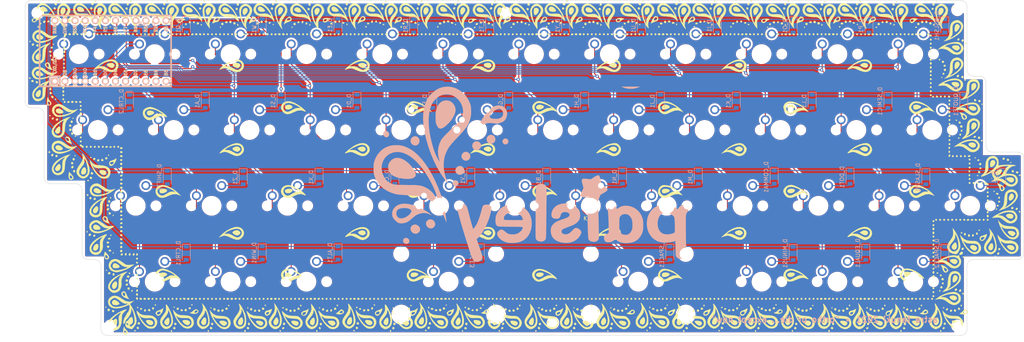
<source format=kicad_pcb>
(kicad_pcb (version 20171130) (host pcbnew "(5.1.9-0-10_14)")
  (layers (0 F.Cu signal) (31 B.Cu signal) (34 B.Paste user) (35 F.Paste user) (36 B.SilkS user) (37 F.SilkS user) (38 B.Mask user) (39 F.Mask user) (44 Edge.Cuts user))
  (net 0 "")
  (net 1 GND)
  (net 2 "Net-(D_CTRL1-Pad2)")
  (net 3 "Net-(D_SPACE1-Pad2)")
  (net 4 "Net-(D_SPACE2-Pad2)")
  (net 5 "Net-(U1-Pad21)")
  (net 6 "Net-(U1-Pad22)")
  (net 7 "Net-(U1-Pad24)")
  (net 8 "Net-(D_`1-Pad2)")
  (net 9 row2)
  (net 10 "Net-(D_A1-Pad2)")
  (net 11 row1)
  (net 12 "Net-(D_ALT1-Pad2)")
  (net 13 row3)
  (net 14 "Net-(D_B1-Pad2)")
  (net 15 "Net-(D_BSLSH1-Pad2)")
  (net 16 row0)
  (net 17 "Net-(D_C1-Pad2)")
  (net 18 "Net-(D_COMMA1-Pad2)")
  (net 19 "Net-(D_CTRL2-Pad2)")
  (net 20 "Net-(D_D1-Pad2)")
  (net 21 "Net-(D_DOT1-Pad2)")
  (net 22 "Net-(D_E1-Pad2)")
  (net 23 "Net-(D_EQUAL1-Pad2)")
  (net 24 "Net-(D_F1-Pad2)")
  (net 25 "Net-(D_G1-Pad2)")
  (net 26 "Net-(D_H1-Pad2)")
  (net 27 "Net-(D_I1-Pad2)")
  (net 28 "Net-(D_J1-Pad2)")
  (net 29 "Net-(D_K1-Pad2)")
  (net 30 "Net-(D_L1-Pad2)")
  (net 31 "Net-(D_M1-Pad2)")
  (net 32 "Net-(D_MINUS1-Pad2)")
  (net 33 "Net-(D_N1-Pad2)")
  (net 34 "Net-(D_O1-Pad2)")
  (net 35 "Net-(D_P1-Pad2)")
  (net 36 "Net-(D_Q1-Pad2)")
  (net 37 "Net-(D_QUOTE1-Pad2)")
  (net 38 "Net-(D_R1-Pad2)")
  (net 39 "Net-(D_S1-Pad2)")
  (net 40 "Net-(D_SEMIC1-Pad2)")
  (net 41 "Net-(D_SHIFT1-Pad2)")
  (net 42 "Net-(D_SLASH1-Pad2)")
  (net 43 "Net-(D_SPACE3-Pad2)")
  (net 44 "Net-(D_T1-Pad2)")
  (net 45 "Net-(D_TAB1-Pad2)")
  (net 46 "Net-(D_U1-Pad2)")
  (net 47 "Net-(D_V1-Pad2)")
  (net 48 "Net-(D_W1-Pad2)")
  (net 49 "Net-(D_WIN1-Pad2)")
  (net 50 "Net-(D_X1-Pad2)")
  (net 51 "Net-(D_Y1-Pad2)")
  (net 52 "Net-(D_Z1-Pad2)")
  (net 53 col11)
  (net 54 col1)
  (net 55 col2)
  (net 56 col5)
  (net 57 col3)
  (net 58 col8)
  (net 59 col0)
  (net 60 col9)
  (net 61 col4)
  (net 62 col6)
  (net 63 col7)
  (net 64 col10)
  (net 65 "Net-(U1-Pad16)")
  (net 66 "Net-(U1-Pad15)")
  (module silkscreens:pais_border (layer F.Cu) (at 146.0408 58.7338)
    (fp_text reference G*** hide)
    (fp_text value LOGO hide)
  )
  (module silkscreens:pais_logo (layer B.Cu) (at 147.6282 60.3212 180)
    (fp_text reference G*** hide)
    (fp_text value LOGO hide)
  )
  (module MountingHole:MountingHole_2.2mm_M2 (layer F.Cu) (at 141.2786 19.8425)
    (fp_text reference REF** hide)
    (fp_text value MountingHole_2.2mm_M2)
    (pad 1 np_thru_hole circle (at 0 0) (size 2.2 2.2) (drill 2.2) (layers *.Cu *.Mask))
  )
  (module MountingHole:MountingHole_2.2mm_M2 (layer F.Cu) (at 153.1841 97.6251)
    (fp_text reference REF** hide)
    (fp_text value MountingHole_2.2mm_M2)
    (pad 1 np_thru_hole circle (at 0 0) (size 2.2 2.2) (drill 2.2) (layers *.Cu *.Mask))
  )
  (module MountingHole:MountingHole_2.2mm_M2 (layer F.Cu) (at 254.7777 19.0488)
    (fp_text reference REF** hide)
    (fp_text value MountingHole_2.2mm_M2)
    (pad 1 np_thru_hole circle (at 0 0) (size 2.2 2.2) (drill 2.2) (layers *.Cu *.Mask))
  )
  (module MountingHole:MountingHole_2.2mm_M2 (layer F.Cu) (at 254.7777 98.4188)
    (fp_text reference REF** hide)
    (fp_text value MountingHole_2.2mm_M2)
    (pad 1 np_thru_hole circle (at 0 0) (size 2.2 2.2) (drill 2.2) (layers *.Cu *.Mask))
  )
  (module MountingHole:MountingHole_2.2mm_M2 (layer F.Cu) (at 42.0661 98.4188)
    (fp_text reference REF** hide)
    (fp_text value MountingHole_2.2mm_M2)
    (pad 1 np_thru_hole circle (at 0 0) (size 2.2 2.2) (drill 2.2) (layers *.Cu *.Mask))
  )
  (module MountingHole:MountingHole_2.2mm_M2 (layer F.Cu) (at 23.811 19.8425)
    (fp_text reference REF** hide)
    (fp_text value MountingHole_2.2mm_M2)
    (pad 1 np_thru_hole circle (at 0 0) (size 2.2 2.2) (drill 2.2) (layers *.Cu *.Mask))
  )
  (module Keebio-Parts:ArduinoProMicro (layer F.Cu) (at 42.0661 29.3669)
    (fp_text reference U1 hide)
    (fp_text value ProMicro hide)
    (fp_text user ST (at -8.91 -5.04 90) (layer B.SilkS) (effects (font (size 0.8 0.8)) (justify mirror)))
    (fp_text user TX0/D3 (at -13.97 3.571872 90) (layer F.SilkS) (effects (font (size 0.8 0.8))))
    (fp_text user TX0/D3 (at -13.97 3.571872 90) (layer B.SilkS) (effects (font (size 0.8 0.8)) (justify mirror)))
    (fp_text user D2 (at -11.43 5.461 90) (layer F.SilkS) (effects (font (size 0.8 0.8))))
    (fp_text user D0 (at -1.27 5.461 90) (layer F.SilkS) (effects (font (size 0.8 0.8))))
    (fp_text user D1 (at -3.81 5.461 90) (layer F.SilkS) (effects (font (size 0.8 0.8))))
    (fp_text user GND (at -6.35 5.461 90) (layer F.SilkS) (effects (font (size 0.8 0.8))))
    (fp_text user GND (at -8.89 5.461 90) (layer F.SilkS) (effects (font (size 0.8 0.8))))
    (fp_text user D4 (at 1.27 5.461 90) (layer F.SilkS) (effects (font (size 0.8 0.8))))
    (fp_text user C6 (at 3.81 5.461 90) (layer F.SilkS) (effects (font (size 0.8 0.8))))
    (fp_text user D7 (at 6.35 5.461 90) (layer F.SilkS) (effects (font (size 0.8 0.8))))
    (fp_text user E6 (at 8.89 5.461 90) (layer F.SilkS) (effects (font (size 0.8 0.8))))
    (fp_text user B4 (at 11.43 5.461 90) (layer F.SilkS) (effects (font (size 0.8 0.8))))
    (fp_text user B5 (at 13.97 5.461 90) (layer F.SilkS) (effects (font (size 0.8 0.8))))
    (fp_text user B6 (at 13.97 -5.461 90) (layer F.SilkS) (effects (font (size 0.8 0.8))))
    (fp_text user B2 (at 11.43 -5.461 90) (layer B.SilkS) (effects (font (size 0.8 0.8)) (justify mirror)))
    (fp_text user B3 (at 8.89 -5.461 90) (layer F.SilkS) (effects (font (size 0.8 0.8))))
    (fp_text user B1 (at 6.35 -5.461 90) (layer F.SilkS) (effects (font (size 0.8 0.8))))
    (fp_text user F7 (at 3.81 -5.461 90) (layer B.SilkS) (effects (font (size 0.8 0.8)) (justify mirror)))
    (fp_text user F6 (at 1.27 -5.461 90) (layer B.SilkS) (effects (font (size 0.8 0.8)) (justify mirror)))
    (fp_text user F5 (at -1.27 -5.461 90) (layer B.SilkS) (effects (font (size 0.8 0.8)) (justify mirror)))
    (fp_text user F4 (at -3.81 -5.461 90) (layer F.SilkS) (effects (font (size 0.8 0.8))))
    (fp_text user VCC (at -6.35 -5.461 90) (layer F.SilkS) (effects (font (size 0.8 0.8))))
    (fp_text user ST (at -8.92 -5.73312 90) (layer F.SilkS) (effects (font (size 0.8 0.8))))
    (fp_text user GND (at -11.43 -5.461 90) (layer F.SilkS) (effects (font (size 0.8 0.8))))
    (fp_text user RAW (at -13.97 -5.461 90) (layer F.SilkS) (effects (font (size 0.8 0.8))))
    (fp_text user RAW (at -13.97 -5.461 90) (layer B.SilkS) (effects (font (size 0.8 0.8)) (justify mirror)))
    (fp_text user GND (at -11.43 -5.461 90) (layer B.SilkS) (effects (font (size 0.8 0.8)) (justify mirror)))
    (fp_text user VCC (at -6.35 -5.461 90) (layer B.SilkS) (effects (font (size 0.8 0.8)) (justify mirror)))
    (fp_text user F4 (at -3.81 -5.461 90) (layer B.SilkS) (effects (font (size 0.8 0.8)) (justify mirror)))
    (fp_text user F5 (at -1.27 -5.461 90) (layer F.SilkS) (effects (font (size 0.8 0.8))))
    (fp_text user F6 (at 1.27 -5.461 90) (layer F.SilkS) (effects (font (size 0.8 0.8))))
    (fp_text user F7 (at 3.81 -5.461 90) (layer F.SilkS) (effects (font (size 0.8 0.8))))
    (fp_text user B1 (at 6.35 -5.461 90) (layer B.SilkS) (effects (font (size 0.8 0.8)) (justify mirror)))
    (fp_text user B3 (at 8.89 -5.461 90) (layer B.SilkS) (effects (font (size 0.8 0.8)) (justify mirror)))
    (fp_text user B2 (at 11.43 -5.461 90) (layer F.SilkS) (effects (font (size 0.8 0.8))))
    (fp_text user B6 (at 13.97 -5.461 90) (layer B.SilkS) (effects (font (size 0.8 0.8)) (justify mirror)))
    (fp_text user B5 (at 13.97 5.461 90) (layer B.SilkS) (effects (font (size 0.8 0.8)) (justify mirror)))
    (fp_text user B4 (at 11.43 5.461 90) (layer B.SilkS) (effects (font (size 0.8 0.8)) (justify mirror)))
    (fp_text user E6 (at 8.89 5.461 90) (layer B.SilkS) (effects (font (size 0.8 0.8)) (justify mirror)))
    (fp_text user D7 (at 6.35 5.461 90) (layer B.SilkS) (effects (font (size 0.8 0.8)) (justify mirror)))
    (fp_text user C6 (at 3.81 5.461 90) (layer B.SilkS) (effects (font (size 0.8 0.8)) (justify mirror)))
    (fp_text user D4 (at 1.27 5.461 90) (layer B.SilkS) (effects (font (size 0.8 0.8)) (justify mirror)))
    (fp_text user GND (at -8.89 5.461 90) (layer B.SilkS) (effects (font (size 0.8 0.8)) (justify mirror)))
    (fp_text user GND (at -6.35 5.461 90) (layer B.SilkS) (effects (font (size 0.8 0.8)) (justify mirror)))
    (fp_text user D1 (at -3.81 5.461 90) (layer B.SilkS) (effects (font (size 0.8 0.8)) (justify mirror)))
    (fp_text user D0 (at -1.27 5.461 90) (layer B.SilkS) (effects (font (size 0.8 0.8)) (justify mirror)))
    (fp_text user D2 (at -11.43 5.461 90) (layer B.SilkS) (effects (font (size 0.8 0.8)) (justify mirror)))
    (pad 24 thru_hole circle (at -13.97 -7.62) (size 1.7526 1.7526) (drill 1.0922) (layers *.Cu *.SilkS *.Mask) (net 7 "Net-(U1-Pad24)"))
    (pad 12 thru_hole circle (at 13.97 7.62) (size 1.7526 1.7526) (drill 1.0922) (layers *.Cu *.SilkS *.Mask) (net 55 col2))
    (pad 23 thru_hole circle (at -11.43 -7.62) (size 1.7526 1.7526) (drill 1.0922) (layers *.Cu *.SilkS *.Mask) (net 1 GND))
    (pad 22 thru_hole circle (at -8.89 -7.62) (size 1.7526 1.7526) (drill 1.0922) (layers *.Cu *.SilkS *.Mask) (net 6 "Net-(U1-Pad22)"))
    (pad 21 thru_hole circle (at -6.35 -7.62) (size 1.7526 1.7526) (drill 1.0922) (layers *.Cu *.SilkS *.Mask) (net 5 "Net-(U1-Pad21)"))
    (pad 20 thru_hole circle (at -3.81 -7.62) (size 1.7526 1.7526) (drill 1.0922) (layers *.Cu *.SilkS *.Mask) (net 9 row2))
    (pad 19 thru_hole circle (at -1.27 -7.62) (size 1.7526 1.7526) (drill 1.0922) (layers *.Cu *.SilkS *.Mask) (net 13 row3))
    (pad 18 thru_hole circle (at 1.27 -7.62) (size 1.7526 1.7526) (drill 1.0922) (layers *.Cu *.SilkS *.Mask) (net 64 col10))
    (pad 17 thru_hole circle (at 3.81 -7.62) (size 1.7526 1.7526) (drill 1.0922) (layers *.Cu *.SilkS *.Mask) (net 53 col11))
    (pad 16 thru_hole circle (at 6.35 -7.62) (size 1.7526 1.7526) (drill 1.0922) (layers *.Cu *.SilkS *.Mask) (net 65 "Net-(U1-Pad16)"))
    (pad 15 thru_hole circle (at 8.89 -7.62) (size 1.7526 1.7526) (drill 1.0922) (layers *.Cu *.SilkS *.Mask) (net 66 "Net-(U1-Pad15)"))
    (pad 14 thru_hole circle (at 11.43 -7.62) (size 1.7526 1.7526) (drill 1.0922) (layers *.Cu *.SilkS *.Mask) (net 11 row1))
    (pad 13 thru_hole circle (at 13.97 -7.62) (size 1.7526 1.7526) (drill 1.0922) (layers *.Cu *.SilkS *.Mask) (net 16 row0))
    (pad 11 thru_hole circle (at 11.43 7.62) (size 1.7526 1.7526) (drill 1.0922) (layers *.Cu *.SilkS *.Mask) (net 57 col3))
    (pad 10 thru_hole circle (at 8.89 7.62) (size 1.7526 1.7526) (drill 1.0922) (layers *.Cu *.SilkS *.Mask) (net 61 col4))
    (pad 9 thru_hole circle (at 6.35 7.62) (size 1.7526 1.7526) (drill 1.0922) (layers *.Cu *.SilkS *.Mask) (net 56 col5))
    (pad 8 thru_hole circle (at 3.81 7.62) (size 1.7526 1.7526) (drill 1.0922) (layers *.Cu *.SilkS *.Mask) (net 62 col6))
    (pad 7 thru_hole circle (at 1.27 7.62) (size 1.7526 1.7526) (drill 1.0922) (layers *.Cu *.SilkS *.Mask) (net 63 col7))
    (pad 6 thru_hole circle (at -1.27 7.62) (size 1.7526 1.7526) (drill 1.0922) (layers *.Cu *.SilkS *.Mask) (net 58 col8))
    (pad 5 thru_hole circle (at -3.81 7.62) (size 1.7526 1.7526) (drill 1.0922) (layers *.Cu *.SilkS *.Mask) (net 60 col9))
    (pad 4 thru_hole circle (at -6.35 7.62) (size 1.7526 1.7526) (drill 1.0922) (layers *.Cu *.SilkS *.Mask) (net 1 GND))
    (pad 3 thru_hole circle (at -8.89 7.62) (size 1.7526 1.7526) (drill 1.0922) (layers *.Cu *.SilkS *.Mask) (net 1 GND))
    (pad 2 thru_hole circle (at -11.43 7.62) (size 1.7526 1.7526) (drill 1.0922) (layers *.Cu *.SilkS *.Mask) (net 54 col1))
    (pad 1 thru_hole rect (at -13.97 7.62) (size 1.7526 1.7526) (drill 1.0922) (layers *.Cu *.SilkS *.Mask) (net 59 col0))
  )
  (module MX_ALPS_Hybrid:MXOnly-1U-NoLED (layer F.Cu) (at 67.4645 68.2582)
    (fp_text reference K_Z1)
    (fp_text value KEYSW)
    (pad 2 thru_hole circle (at 2.54 -5.08) (size 2.25 2.25) (drill 1.47) (layers *.Cu B.Mask) (net 52 "Net-(D_Z1-Pad2)"))
    (pad "" np_thru_hole circle (at 0 0) (size 3.9878 3.9878) (drill 3.9878) (layers *.Cu *.Mask))
    (pad 1 thru_hole circle (at -3.81 -2.54) (size 2.25 2.25) (drill 1.47) (layers *.Cu B.Mask) (net 54 col1))
    (pad "" np_thru_hole circle (at -5.08 0 48.0996) (size 1.75 1.75) (drill 1.75) (layers *.Cu *.Mask))
    (pad "" np_thru_hole circle (at 5.08 0 48.0996) (size 1.75 1.75) (drill 1.75) (layers *.Cu *.Mask))
  )
  (module MX_ALPS_Hybrid:MXOnly-1U-NoLED (layer F.Cu) (at 148.4219 30.1606)
    (fp_text reference K_Y1)
    (fp_text value KEYSW)
    (pad 2 thru_hole circle (at 2.54 -5.08) (size 2.25 2.25) (drill 1.47) (layers *.Cu B.Mask) (net 51 "Net-(D_Y1-Pad2)"))
    (pad "" np_thru_hole circle (at 0 0) (size 3.9878 3.9878) (drill 3.9878) (layers *.Cu *.Mask))
    (pad 1 thru_hole circle (at -3.81 -2.54) (size 2.25 2.25) (drill 1.47) (layers *.Cu B.Mask) (net 62 col6))
    (pad "" np_thru_hole circle (at -5.08 0 48.0996) (size 1.75 1.75) (drill 1.75) (layers *.Cu *.Mask))
    (pad "" np_thru_hole circle (at 5.08 0 48.0996) (size 1.75 1.75) (drill 1.75) (layers *.Cu *.Mask))
  )
  (module MX_ALPS_Hybrid:MXOnly-1U-NoLED (layer F.Cu) (at 86.5133 68.2582)
    (fp_text reference K_X1)
    (fp_text value KEYSW)
    (pad 2 thru_hole circle (at 2.54 -5.08) (size 2.25 2.25) (drill 1.47) (layers *.Cu B.Mask) (net 50 "Net-(D_X1-Pad2)"))
    (pad "" np_thru_hole circle (at 0 0) (size 3.9878 3.9878) (drill 3.9878) (layers *.Cu *.Mask))
    (pad 1 thru_hole circle (at -3.81 -2.54) (size 2.25 2.25) (drill 1.47) (layers *.Cu B.Mask) (net 55 col2))
    (pad "" np_thru_hole circle (at -5.08 0 48.0996) (size 1.75 1.75) (drill 1.75) (layers *.Cu *.Mask))
    (pad "" np_thru_hole circle (at 5.08 0 48.0996) (size 1.75 1.75) (drill 1.75) (layers *.Cu *.Mask))
  )
  (module MX_ALPS_Hybrid:MXOnly-1U-NoLED (layer F.Cu) (at 72.2267 87.307)
    (fp_text reference K_WIN1)
    (fp_text value KEYSW)
    (pad 2 thru_hole circle (at 2.54 -5.08) (size 2.25 2.25) (drill 1.47) (layers *.Cu B.Mask) (net 49 "Net-(D_WIN1-Pad2)"))
    (pad "" np_thru_hole circle (at 0 0) (size 3.9878 3.9878) (drill 3.9878) (layers *.Cu *.Mask))
    (pad 1 thru_hole circle (at -3.81 -2.54) (size 2.25 2.25) (drill 1.47) (layers *.Cu B.Mask) (net 54 col1))
    (pad "" np_thru_hole circle (at -5.08 0 48.0996) (size 1.75 1.75) (drill 1.75) (layers *.Cu *.Mask))
    (pad "" np_thru_hole circle (at 5.08 0 48.0996) (size 1.75 1.75) (drill 1.75) (layers *.Cu *.Mask))
  )
  (module MX_ALPS_Hybrid:MXOnly-1U-NoLED (layer F.Cu) (at 72.2267 30.1606)
    (fp_text reference K_W1)
    (fp_text value KEYSW)
    (pad 2 thru_hole circle (at 2.54 -5.08) (size 2.25 2.25) (drill 1.47) (layers *.Cu B.Mask) (net 48 "Net-(D_W1-Pad2)"))
    (pad "" np_thru_hole circle (at 0 0) (size 3.9878 3.9878) (drill 3.9878) (layers *.Cu *.Mask))
    (pad 1 thru_hole circle (at -3.81 -2.54) (size 2.25 2.25) (drill 1.47) (layers *.Cu B.Mask) (net 55 col2))
    (pad "" np_thru_hole circle (at -5.08 0 48.0996) (size 1.75 1.75) (drill 1.75) (layers *.Cu *.Mask))
    (pad "" np_thru_hole circle (at 5.08 0 48.0996) (size 1.75 1.75) (drill 1.75) (layers *.Cu *.Mask))
  )
  (module MX_ALPS_Hybrid:MXOnly-1U-NoLED (layer F.Cu) (at 124.6109 68.2582)
    (fp_text reference K_V1)
    (fp_text value KEYSW)
    (pad 2 thru_hole circle (at 2.54 -5.08) (size 2.25 2.25) (drill 1.47) (layers *.Cu B.Mask) (net 47 "Net-(D_V1-Pad2)"))
    (pad "" np_thru_hole circle (at 0 0) (size 3.9878 3.9878) (drill 3.9878) (layers *.Cu *.Mask))
    (pad 1 thru_hole circle (at -3.81 -2.54) (size 2.25 2.25) (drill 1.47) (layers *.Cu B.Mask) (net 61 col4))
    (pad "" np_thru_hole circle (at -5.08 0 48.0996) (size 1.75 1.75) (drill 1.75) (layers *.Cu *.Mask))
    (pad "" np_thru_hole circle (at 5.08 0 48.0996) (size 1.75 1.75) (drill 1.75) (layers *.Cu *.Mask))
  )
  (module MX_ALPS_Hybrid:MXOnly-1U-NoLED (layer F.Cu) (at 167.4707 30.1606)
    (fp_text reference K_U1)
    (fp_text value KEYSW)
    (pad 2 thru_hole circle (at 2.54 -5.08) (size 2.25 2.25) (drill 1.47) (layers *.Cu B.Mask) (net 46 "Net-(D_U1-Pad2)"))
    (pad "" np_thru_hole circle (at 0 0) (size 3.9878 3.9878) (drill 3.9878) (layers *.Cu *.Mask))
    (pad 1 thru_hole circle (at -3.81 -2.54) (size 2.25 2.25) (drill 1.47) (layers *.Cu B.Mask) (net 63 col7))
    (pad "" np_thru_hole circle (at -5.08 0 48.0996) (size 1.75 1.75) (drill 1.75) (layers *.Cu *.Mask))
    (pad "" np_thru_hole circle (at 5.08 0 48.0996) (size 1.75 1.75) (drill 1.75) (layers *.Cu *.Mask))
  )
  (module MX_ALPS_Hybrid:MXOnly-1U-NoLED (layer F.Cu) (at 34.1291 30.1606)
    (fp_text reference K_TAB1)
    (fp_text value KEYSW)
    (pad 2 thru_hole circle (at 2.54 -5.08) (size 2.25 2.25) (drill 1.47) (layers *.Cu B.Mask) (net 45 "Net-(D_TAB1-Pad2)"))
    (pad "" np_thru_hole circle (at 0 0) (size 3.9878 3.9878) (drill 3.9878) (layers *.Cu *.Mask))
    (pad 1 thru_hole circle (at -3.81 -2.54) (size 2.25 2.25) (drill 1.47) (layers *.Cu B.Mask) (net 59 col0))
    (pad "" np_thru_hole circle (at -5.08 0 48.0996) (size 1.75 1.75) (drill 1.75) (layers *.Cu *.Mask))
    (pad "" np_thru_hole circle (at 5.08 0 48.0996) (size 1.75 1.75) (drill 1.75) (layers *.Cu *.Mask))
  )
  (module MX_ALPS_Hybrid:MXOnly-1U-NoLED (layer F.Cu) (at 129.3731 30.1606)
    (fp_text reference K_T1)
    (fp_text value KEYSW)
    (pad 2 thru_hole circle (at 2.54 -5.08) (size 2.25 2.25) (drill 1.47) (layers *.Cu B.Mask) (net 44 "Net-(D_T1-Pad2)"))
    (pad "" np_thru_hole circle (at 0 0) (size 3.9878 3.9878) (drill 3.9878) (layers *.Cu *.Mask))
    (pad 1 thru_hole circle (at -3.81 -2.54) (size 2.25 2.25) (drill 1.47) (layers *.Cu B.Mask) (net 56 col5))
    (pad "" np_thru_hole circle (at -5.08 0 48.0996) (size 1.75 1.75) (drill 1.75) (layers *.Cu *.Mask))
    (pad "" np_thru_hole circle (at 5.08 0 48.0996) (size 1.75 1.75) (drill 1.75) (layers *.Cu *.Mask))
  )
  (module MX_ALPS_Hybrid:MXOnly-2.75U-NoLED (layer F.Cu) (at 126.992 87.307)
    (fp_text reference K_SPACE3)
    (fp_text value KEYSW)
    (pad 2 thru_hole circle (at 2.54 -5.08) (size 2.25 2.25) (drill 1.47) (layers *.Cu B.Mask) (net 43 "Net-(D_SPACE3-Pad2)"))
    (pad "" np_thru_hole circle (at 0 0) (size 3.9878 3.9878) (drill 3.9878) (layers *.Cu *.Mask))
    (pad 1 thru_hole circle (at -3.81 -2.54) (size 2.25 2.25) (drill 1.47) (layers *.Cu B.Mask) (net 61 col4))
    (pad "" np_thru_hole circle (at -5.08 0 48.0996) (size 1.75 1.75) (drill 1.75) (layers *.Cu *.Mask))
    (pad "" np_thru_hole circle (at 5.08 0 48.0996) (size 1.75 1.75) (drill 1.75) (layers *.Cu *.Mask))
    (pad "" np_thru_hole circle (at -11.90625 -6.985) (size 3.048 3.048) (drill 3.048) (layers *.Cu *.Mask))
    (pad "" np_thru_hole circle (at 11.90625 -6.985) (size 3.048 3.048) (drill 3.048) (layers *.Cu *.Mask))
    (pad "" np_thru_hole circle (at -11.90625 8.255) (size 3.9878 3.9878) (drill 3.9878) (layers *.Cu *.Mask))
    (pad "" np_thru_hole circle (at 11.90625 8.255) (size 3.9878 3.9878) (drill 3.9878) (layers *.Cu *.Mask))
  )
  (module MX_ALPS_Hybrid:MXOnly-1U-NoLED (layer F.Cu) (at 243.6659 87.307)
    (fp_text reference K_SPACE2)
    (fp_text value KEYSW)
    (pad 2 thru_hole circle (at 2.54 -5.08) (size 2.25 2.25) (drill 1.47) (layers *.Cu B.Mask) (net 4 "Net-(D_SPACE2-Pad2)"))
    (pad "" np_thru_hole circle (at 0 0) (size 3.9878 3.9878) (drill 3.9878) (layers *.Cu *.Mask))
    (pad 1 thru_hole circle (at -3.81 -2.54) (size 2.25 2.25) (drill 1.47) (layers *.Cu B.Mask) (net 64 col10))
    (pad "" np_thru_hole circle (at -5.08 0 48.0996) (size 1.75 1.75) (drill 1.75) (layers *.Cu *.Mask))
    (pad "" np_thru_hole circle (at 5.08 0 48.0996) (size 1.75 1.75) (drill 1.75) (layers *.Cu *.Mask))
  )
  (module MX_ALPS_Hybrid:MXOnly-2.25U-NoLED (layer F.Cu) (at 174.614 87.307)
    (fp_text reference K_SPACE1)
    (fp_text value KEYSW)
    (pad 2 thru_hole circle (at 2.54 -5.08) (size 2.25 2.25) (drill 1.47) (layers *.Cu B.Mask) (net 3 "Net-(D_SPACE1-Pad2)"))
    (pad "" np_thru_hole circle (at 0 0) (size 3.9878 3.9878) (drill 3.9878) (layers *.Cu *.Mask))
    (pad 1 thru_hole circle (at -3.81 -2.54) (size 2.25 2.25) (drill 1.47) (layers *.Cu B.Mask) (net 62 col6))
    (pad "" np_thru_hole circle (at -5.08 0 48.0996) (size 1.75 1.75) (drill 1.75) (layers *.Cu *.Mask))
    (pad "" np_thru_hole circle (at 5.08 0 48.0996) (size 1.75 1.75) (drill 1.75) (layers *.Cu *.Mask))
    (pad "" np_thru_hole circle (at -11.90625 -6.985) (size 3.048 3.048) (drill 3.048) (layers *.Cu *.Mask))
    (pad "" np_thru_hole circle (at 11.90625 -6.985) (size 3.048 3.048) (drill 3.048) (layers *.Cu *.Mask))
    (pad "" np_thru_hole circle (at -11.90625 8.255) (size 3.9878 3.9878) (drill 3.9878) (layers *.Cu *.Mask))
    (pad "" np_thru_hole circle (at 11.90625 8.255) (size 3.9878 3.9878) (drill 3.9878) (layers *.Cu *.Mask))
  )
  (module MX_ALPS_Hybrid:MXOnly-1U-NoLED (layer F.Cu) (at 238.9037 68.2582)
    (fp_text reference K_SLASH1)
    (fp_text value KEYSW)
    (pad 2 thru_hole circle (at 2.54 -5.08) (size 2.25 2.25) (drill 1.47) (layers *.Cu B.Mask) (net 42 "Net-(D_SLASH1-Pad2)"))
    (pad "" np_thru_hole circle (at 0 0) (size 3.9878 3.9878) (drill 3.9878) (layers *.Cu *.Mask))
    (pad 1 thru_hole circle (at -3.81 -2.54) (size 2.25 2.25) (drill 1.47) (layers *.Cu B.Mask) (net 64 col10))
    (pad "" np_thru_hole circle (at -5.08 0 48.0996) (size 1.75 1.75) (drill 1.75) (layers *.Cu *.Mask))
    (pad "" np_thru_hole circle (at 5.08 0 48.0996) (size 1.75 1.75) (drill 1.75) (layers *.Cu *.Mask))
  )
  (module MX_ALPS_Hybrid:MXOnly-1U-NoLED (layer F.Cu) (at 48.4157 68.2582)
    (fp_text reference K_SHIFT1)
    (fp_text value KEYSW)
    (pad 2 thru_hole circle (at 2.54 -5.08) (size 2.25 2.25) (drill 1.47) (layers *.Cu B.Mask) (net 41 "Net-(D_SHIFT1-Pad2)"))
    (pad "" np_thru_hole circle (at 0 0) (size 3.9878 3.9878) (drill 3.9878) (layers *.Cu *.Mask))
    (pad 1 thru_hole circle (at -3.81 -2.54) (size 2.25 2.25) (drill 1.47) (layers *.Cu B.Mask) (net 59 col0))
    (pad "" np_thru_hole circle (at -5.08 0 48.0996) (size 1.75 1.75) (drill 1.75) (layers *.Cu *.Mask))
    (pad "" np_thru_hole circle (at 5.08 0 48.0996) (size 1.75 1.75) (drill 1.75) (layers *.Cu *.Mask))
  )
  (module MX_ALPS_Hybrid:MXOnly-1U-NoLED (layer F.Cu) (at 229.3793 49.2094)
    (fp_text reference K_SEMIC1)
    (fp_text value KEYSW)
    (pad 2 thru_hole circle (at 2.54 -5.08) (size 2.25 2.25) (drill 1.47) (layers *.Cu B.Mask) (net 40 "Net-(D_SEMIC1-Pad2)"))
    (pad "" np_thru_hole circle (at 0 0) (size 3.9878 3.9878) (drill 3.9878) (layers *.Cu *.Mask))
    (pad 1 thru_hole circle (at -3.81 -2.54) (size 2.25 2.25) (drill 1.47) (layers *.Cu B.Mask) (net 64 col10))
    (pad "" np_thru_hole circle (at -5.08 0 48.0996) (size 1.75 1.75) (drill 1.75) (layers *.Cu *.Mask))
    (pad "" np_thru_hole circle (at 5.08 0 48.0996) (size 1.75 1.75) (drill 1.75) (layers *.Cu *.Mask))
  )
  (module MX_ALPS_Hybrid:MXOnly-1U-NoLED (layer F.Cu) (at 76.9889 49.2094)
    (fp_text reference K_S1)
    (fp_text value KEYSW)
    (pad 2 thru_hole circle (at 2.54 -5.08) (size 2.25 2.25) (drill 1.47) (layers *.Cu B.Mask) (net 39 "Net-(D_S1-Pad2)"))
    (pad "" np_thru_hole circle (at 0 0) (size 3.9878 3.9878) (drill 3.9878) (layers *.Cu *.Mask))
    (pad 1 thru_hole circle (at -3.81 -2.54) (size 2.25 2.25) (drill 1.47) (layers *.Cu B.Mask) (net 55 col2))
    (pad "" np_thru_hole circle (at -5.08 0 48.0996) (size 1.75 1.75) (drill 1.75) (layers *.Cu *.Mask))
    (pad "" np_thru_hole circle (at 5.08 0 48.0996) (size 1.75 1.75) (drill 1.75) (layers *.Cu *.Mask))
  )
  (module MX_ALPS_Hybrid:MXOnly-1U-NoLED (layer F.Cu) (at 110.3243 30.1606)
    (fp_text reference K_R1)
    (fp_text value KEYSW)
    (pad 2 thru_hole circle (at 2.54 -5.08) (size 2.25 2.25) (drill 1.47) (layers *.Cu B.Mask) (net 38 "Net-(D_R1-Pad2)"))
    (pad "" np_thru_hole circle (at 0 0) (size 3.9878 3.9878) (drill 3.9878) (layers *.Cu *.Mask))
    (pad 1 thru_hole circle (at -3.81 -2.54) (size 2.25 2.25) (drill 1.47) (layers *.Cu B.Mask) (net 61 col4))
    (pad "" np_thru_hole circle (at -5.08 0 48.0996) (size 1.75 1.75) (drill 1.75) (layers *.Cu *.Mask))
    (pad "" np_thru_hole circle (at 5.08 0 48.0996) (size 1.75 1.75) (drill 1.75) (layers *.Cu *.Mask))
  )
  (module MX_ALPS_Hybrid:MXOnly-1U-NoLED (layer F.Cu) (at 248.4281 49.2094)
    (fp_text reference K_QUOTE1)
    (fp_text value KEYSW)
    (pad 2 thru_hole circle (at 2.54 -5.08) (size 2.25 2.25) (drill 1.47) (layers *.Cu B.Mask) (net 37 "Net-(D_QUOTE1-Pad2)"))
    (pad "" np_thru_hole circle (at 0 0) (size 3.9878 3.9878) (drill 3.9878) (layers *.Cu *.Mask))
    (pad 1 thru_hole circle (at -3.81 -2.54) (size 2.25 2.25) (drill 1.47) (layers *.Cu B.Mask) (net 53 col11))
    (pad "" np_thru_hole circle (at -5.08 0 48.0996) (size 1.75 1.75) (drill 1.75) (layers *.Cu *.Mask))
    (pad "" np_thru_hole circle (at 5.08 0 48.0996) (size 1.75 1.75) (drill 1.75) (layers *.Cu *.Mask))
  )
  (module MX_ALPS_Hybrid:MXOnly-1U-NoLED (layer F.Cu) (at 53.1779 30.1606)
    (fp_text reference K_Q1)
    (fp_text value KEYSW)
    (pad 2 thru_hole circle (at 2.54 -5.08) (size 2.25 2.25) (drill 1.47) (layers *.Cu B.Mask) (net 36 "Net-(D_Q1-Pad2)"))
    (pad "" np_thru_hole circle (at 0 0) (size 3.9878 3.9878) (drill 3.9878) (layers *.Cu *.Mask))
    (pad 1 thru_hole circle (at -3.81 -2.54) (size 2.25 2.25) (drill 1.47) (layers *.Cu B.Mask) (net 54 col1))
    (pad "" np_thru_hole circle (at -5.08 0 48.0996) (size 1.75 1.75) (drill 1.75) (layers *.Cu *.Mask))
    (pad "" np_thru_hole circle (at 5.08 0 48.0996) (size 1.75 1.75) (drill 1.75) (layers *.Cu *.Mask))
  )
  (module MX_ALPS_Hybrid:MXOnly-1U-NoLED (layer F.Cu) (at 224.6171 30.1606)
    (fp_text reference K_P1)
    (fp_text value KEYSW)
    (pad 2 thru_hole circle (at 2.54 -5.08) (size 2.25 2.25) (drill 1.47) (layers *.Cu B.Mask) (net 35 "Net-(D_P1-Pad2)"))
    (pad "" np_thru_hole circle (at 0 0) (size 3.9878 3.9878) (drill 3.9878) (layers *.Cu *.Mask))
    (pad 1 thru_hole circle (at -3.81 -2.54) (size 2.25 2.25) (drill 1.47) (layers *.Cu B.Mask) (net 64 col10))
    (pad "" np_thru_hole circle (at -5.08 0 48.0996) (size 1.75 1.75) (drill 1.75) (layers *.Cu *.Mask))
    (pad "" np_thru_hole circle (at 5.08 0 48.0996) (size 1.75 1.75) (drill 1.75) (layers *.Cu *.Mask))
  )
  (module MX_ALPS_Hybrid:MXOnly-1U-NoLED (layer F.Cu) (at 205.5683 30.1606)
    (fp_text reference K_O1)
    (fp_text value KEYSW)
    (pad 2 thru_hole circle (at 2.54 -5.08) (size 2.25 2.25) (drill 1.47) (layers *.Cu B.Mask) (net 34 "Net-(D_O1-Pad2)"))
    (pad "" np_thru_hole circle (at 0 0) (size 3.9878 3.9878) (drill 3.9878) (layers *.Cu *.Mask))
    (pad 1 thru_hole circle (at -3.81 -2.54) (size 2.25 2.25) (drill 1.47) (layers *.Cu B.Mask) (net 60 col9))
    (pad "" np_thru_hole circle (at -5.08 0 48.0996) (size 1.75 1.75) (drill 1.75) (layers *.Cu *.Mask))
    (pad "" np_thru_hole circle (at 5.08 0 48.0996) (size 1.75 1.75) (drill 1.75) (layers *.Cu *.Mask))
  )
  (module MX_ALPS_Hybrid:MXOnly-1U-NoLED (layer F.Cu) (at 162.7085 68.2582)
    (fp_text reference K_N1 (at 0 3.175) (layer F.SilkS))
    (fp_text value KEYSW)
    (pad 2 thru_hole circle (at 2.54 -5.08) (size 2.25 2.25) (drill 1.47) (layers *.Cu B.Mask) (net 33 "Net-(D_N1-Pad2)"))
    (pad "" np_thru_hole circle (at 0 0) (size 3.9878 3.9878) (drill 3.9878) (layers *.Cu *.Mask))
    (pad 1 thru_hole circle (at -3.81 -2.54) (size 2.25 2.25) (drill 1.47) (layers *.Cu B.Mask) (net 62 col6))
    (pad "" np_thru_hole circle (at -5.08 0 48.0996) (size 1.75 1.75) (drill 1.75) (layers *.Cu *.Mask))
    (pad "" np_thru_hole circle (at 5.08 0 48.0996) (size 1.75 1.75) (drill 1.75) (layers *.Cu *.Mask))
  )
  (module MX_ALPS_Hybrid:MXOnly-1U-NoLED (layer F.Cu) (at 205.5683 87.307)
    (fp_text reference K_MINUS1)
    (fp_text value KEYSW)
    (pad 2 thru_hole circle (at 2.54 -5.08) (size 2.25 2.25) (drill 1.47) (layers *.Cu B.Mask) (net 32 "Net-(D_MINUS1-Pad2)"))
    (pad "" np_thru_hole circle (at 0 0) (size 3.9878 3.9878) (drill 3.9878) (layers *.Cu *.Mask))
    (pad 1 thru_hole circle (at -3.81 -2.54) (size 2.25 2.25) (drill 1.47) (layers *.Cu B.Mask) (net 58 col8))
    (pad "" np_thru_hole circle (at -5.08 0 48.0996) (size 1.75 1.75) (drill 1.75) (layers *.Cu *.Mask))
    (pad "" np_thru_hole circle (at 5.08 0 48.0996) (size 1.75 1.75) (drill 1.75) (layers *.Cu *.Mask))
  )
  (module MX_ALPS_Hybrid:MXOnly-1U-NoLED (layer F.Cu) (at 181.7573 68.2582)
    (fp_text reference K_M1)
    (fp_text value KEYSW)
    (pad 2 thru_hole circle (at 2.54 -5.08) (size 2.25 2.25) (drill 1.47) (layers *.Cu B.Mask) (net 31 "Net-(D_M1-Pad2)"))
    (pad "" np_thru_hole circle (at 0 0) (size 3.9878 3.9878) (drill 3.9878) (layers *.Cu *.Mask))
    (pad 1 thru_hole circle (at -3.81 -2.54) (size 2.25 2.25) (drill 1.47) (layers *.Cu B.Mask) (net 63 col7))
    (pad "" np_thru_hole circle (at -5.08 0 48.0996) (size 1.75 1.75) (drill 1.75) (layers *.Cu *.Mask))
    (pad "" np_thru_hole circle (at 5.08 0 48.0996) (size 1.75 1.75) (drill 1.75) (layers *.Cu *.Mask))
  )
  (module MX_ALPS_Hybrid:MXOnly-1U-NoLED (layer F.Cu) (at 210.3305 49.2094)
    (fp_text reference K_L1)
    (fp_text value KEYSW)
    (pad 2 thru_hole circle (at 2.54 -5.08) (size 2.25 2.25) (drill 1.47) (layers *.Cu B.Mask) (net 30 "Net-(D_L1-Pad2)"))
    (pad "" np_thru_hole circle (at 0 0) (size 3.9878 3.9878) (drill 3.9878) (layers *.Cu *.Mask))
    (pad 1 thru_hole circle (at -3.81 -2.54) (size 2.25 2.25) (drill 1.47) (layers *.Cu B.Mask) (net 60 col9))
    (pad "" np_thru_hole circle (at -5.08 0 48.0996) (size 1.75 1.75) (drill 1.75) (layers *.Cu *.Mask))
    (pad "" np_thru_hole circle (at 5.08 0 48.0996) (size 1.75 1.75) (drill 1.75) (layers *.Cu *.Mask))
  )
  (module MX_ALPS_Hybrid:MXOnly-1U-NoLED (layer F.Cu) (at 191.2817 49.2094)
    (fp_text reference K_K1)
    (fp_text value KEYSW)
    (pad 2 thru_hole circle (at 2.54 -5.08) (size 2.25 2.25) (drill 1.47) (layers *.Cu B.Mask) (net 29 "Net-(D_K1-Pad2)"))
    (pad "" np_thru_hole circle (at 0 0) (size 3.9878 3.9878) (drill 3.9878) (layers *.Cu *.Mask))
    (pad 1 thru_hole circle (at -3.81 -2.54) (size 2.25 2.25) (drill 1.47) (layers *.Cu B.Mask) (net 58 col8))
    (pad "" np_thru_hole circle (at -5.08 0 48.0996) (size 1.75 1.75) (drill 1.75) (layers *.Cu *.Mask))
    (pad "" np_thru_hole circle (at 5.08 0 48.0996) (size 1.75 1.75) (drill 1.75) (layers *.Cu *.Mask))
  )
  (module MX_ALPS_Hybrid:MXOnly-1U-NoLED (layer F.Cu) (at 172.2329 49.2094)
    (fp_text reference K_J1)
    (fp_text value KEYSW)
    (pad 2 thru_hole circle (at 2.54 -5.08) (size 2.25 2.25) (drill 1.47) (layers *.Cu B.Mask) (net 28 "Net-(D_J1-Pad2)"))
    (pad "" np_thru_hole circle (at 0 0) (size 3.9878 3.9878) (drill 3.9878) (layers *.Cu *.Mask))
    (pad 1 thru_hole circle (at -3.81 -2.54) (size 2.25 2.25) (drill 1.47) (layers *.Cu B.Mask) (net 63 col7))
    (pad "" np_thru_hole circle (at -5.08 0 48.0996) (size 1.75 1.75) (drill 1.75) (layers *.Cu *.Mask))
    (pad "" np_thru_hole circle (at 5.08 0 48.0996) (size 1.75 1.75) (drill 1.75) (layers *.Cu *.Mask))
  )
  (module MX_ALPS_Hybrid:MXOnly-1U-NoLED (layer F.Cu) (at 186.5195 30.1606)
    (fp_text reference K_I1)
    (fp_text value KEYSW)
    (pad 2 thru_hole circle (at 2.54 -5.08) (size 2.25 2.25) (drill 1.47) (layers *.Cu B.Mask) (net 27 "Net-(D_I1-Pad2)"))
    (pad "" np_thru_hole circle (at 0 0) (size 3.9878 3.9878) (drill 3.9878) (layers *.Cu *.Mask))
    (pad 1 thru_hole circle (at -3.81 -2.54) (size 2.25 2.25) (drill 1.47) (layers *.Cu B.Mask) (net 58 col8))
    (pad "" np_thru_hole circle (at -5.08 0 48.0996) (size 1.75 1.75) (drill 1.75) (layers *.Cu *.Mask))
    (pad "" np_thru_hole circle (at 5.08 0 48.0996) (size 1.75 1.75) (drill 1.75) (layers *.Cu *.Mask))
  )
  (module MX_ALPS_Hybrid:MXOnly-1U-NoLED (layer F.Cu) (at 153.1841 49.2094)
    (fp_text reference K_H1)
    (fp_text value KEYSW)
    (pad 2 thru_hole circle (at 2.54 -5.08) (size 2.25 2.25) (drill 1.47) (layers *.Cu B.Mask) (net 26 "Net-(D_H1-Pad2)"))
    (pad "" np_thru_hole circle (at 0 0) (size 3.9878 3.9878) (drill 3.9878) (layers *.Cu *.Mask))
    (pad 1 thru_hole circle (at -3.81 -2.54) (size 2.25 2.25) (drill 1.47) (layers *.Cu B.Mask) (net 62 col6))
    (pad "" np_thru_hole circle (at -5.08 0 48.0996) (size 1.75 1.75) (drill 1.75) (layers *.Cu *.Mask))
    (pad "" np_thru_hole circle (at 5.08 0 48.0996) (size 1.75 1.75) (drill 1.75) (layers *.Cu *.Mask))
  )
  (module MX_ALPS_Hybrid:MXOnly-1U-NoLED (layer F.Cu) (at 134.1353 49.2094)
    (fp_text reference K_G1)
    (fp_text value KEYSW)
    (pad 2 thru_hole circle (at 2.54 -5.08) (size 2.25 2.25) (drill 1.47) (layers *.Cu B.Mask) (net 25 "Net-(D_G1-Pad2)"))
    (pad "" np_thru_hole circle (at 0 0) (size 3.9878 3.9878) (drill 3.9878) (layers *.Cu *.Mask))
    (pad 1 thru_hole circle (at -3.81 -2.54) (size 2.25 2.25) (drill 1.47) (layers *.Cu B.Mask) (net 56 col5))
    (pad "" np_thru_hole circle (at -5.08 0 48.0996) (size 1.75 1.75) (drill 1.75) (layers *.Cu *.Mask))
    (pad "" np_thru_hole circle (at 5.08 0 48.0996) (size 1.75 1.75) (drill 1.75) (layers *.Cu *.Mask))
  )
  (module MX_ALPS_Hybrid:MXOnly-1U-NoLED (layer F.Cu) (at 115.0865 49.2094)
    (fp_text reference K_F1)
    (fp_text value KEYSW)
    (pad 2 thru_hole circle (at 2.54 -5.08) (size 2.25 2.25) (drill 1.47) (layers *.Cu B.Mask) (net 24 "Net-(D_F1-Pad2)"))
    (pad "" np_thru_hole circle (at 0 0) (size 3.9878 3.9878) (drill 3.9878) (layers *.Cu *.Mask))
    (pad 1 thru_hole circle (at -3.81 -2.54) (size 2.25 2.25) (drill 1.47) (layers *.Cu B.Mask) (net 61 col4))
    (pad "" np_thru_hole circle (at -5.08 0 48.0996) (size 1.75 1.75) (drill 1.75) (layers *.Cu *.Mask))
    (pad "" np_thru_hole circle (at 5.08 0 48.0996) (size 1.75 1.75) (drill 1.75) (layers *.Cu *.Mask))
  )
  (module MX_ALPS_Hybrid:MXOnly-1U-NoLED (layer F.Cu) (at 224.6171 87.307)
    (fp_text reference K_EQUAL1)
    (fp_text value KEYSW)
    (pad 2 thru_hole circle (at 2.54 -5.08) (size 2.25 2.25) (drill 1.47) (layers *.Cu B.Mask) (net 23 "Net-(D_EQUAL1-Pad2)"))
    (pad "" np_thru_hole circle (at 0 0) (size 3.9878 3.9878) (drill 3.9878) (layers *.Cu *.Mask))
    (pad 1 thru_hole circle (at -3.81 -2.54) (size 2.25 2.25) (drill 1.47) (layers *.Cu B.Mask) (net 60 col9))
    (pad "" np_thru_hole circle (at -5.08 0 48.0996) (size 1.75 1.75) (drill 1.75) (layers *.Cu *.Mask))
    (pad "" np_thru_hole circle (at 5.08 0 48.0996) (size 1.75 1.75) (drill 1.75) (layers *.Cu *.Mask))
  )
  (module MX_ALPS_Hybrid:MXOnly-1U-NoLED (layer F.Cu) (at 91.2755 30.1606)
    (fp_text reference K_E1)
    (fp_text value KEYSW)
    (pad 2 thru_hole circle (at 2.54 -5.08) (size 2.25 2.25) (drill 1.47) (layers *.Cu B.Mask) (net 22 "Net-(D_E1-Pad2)"))
    (pad "" np_thru_hole circle (at 0 0) (size 3.9878 3.9878) (drill 3.9878) (layers *.Cu *.Mask))
    (pad 1 thru_hole circle (at -3.81 -2.54) (size 2.25 2.25) (drill 1.47) (layers *.Cu B.Mask) (net 57 col3))
    (pad "" np_thru_hole circle (at -5.08 0 48.0996) (size 1.75 1.75) (drill 1.75) (layers *.Cu *.Mask))
    (pad "" np_thru_hole circle (at 5.08 0 48.0996) (size 1.75 1.75) (drill 1.75) (layers *.Cu *.Mask))
  )
  (module MX_ALPS_Hybrid:MXOnly-1U-NoLED (layer F.Cu) (at 219.8549 68.2582)
    (fp_text reference K_DOT1)
    (fp_text value KEYSW)
    (pad 2 thru_hole circle (at 2.54 -5.08) (size 2.25 2.25) (drill 1.47) (layers *.Cu B.Mask) (net 21 "Net-(D_DOT1-Pad2)"))
    (pad "" np_thru_hole circle (at 0 0) (size 3.9878 3.9878) (drill 3.9878) (layers *.Cu *.Mask))
    (pad 1 thru_hole circle (at -3.81 -2.54) (size 2.25 2.25) (drill 1.47) (layers *.Cu B.Mask) (net 60 col9))
    (pad "" np_thru_hole circle (at -5.08 0 48.0996) (size 1.75 1.75) (drill 1.75) (layers *.Cu *.Mask))
    (pad "" np_thru_hole circle (at 5.08 0 48.0996) (size 1.75 1.75) (drill 1.75) (layers *.Cu *.Mask))
  )
  (module MX_ALPS_Hybrid:MXOnly-1U-NoLED (layer F.Cu) (at 96.0377 49.2094)
    (fp_text reference K_D1)
    (fp_text value KEYSW)
    (pad 2 thru_hole circle (at 2.54 -5.08) (size 2.25 2.25) (drill 1.47) (layers *.Cu B.Mask) (net 20 "Net-(D_D1-Pad2)"))
    (pad "" np_thru_hole circle (at 0 0) (size 3.9878 3.9878) (drill 3.9878) (layers *.Cu *.Mask))
    (pad 1 thru_hole circle (at -3.81 -2.54) (size 2.25 2.25) (drill 1.47) (layers *.Cu B.Mask) (net 57 col3))
    (pad "" np_thru_hole circle (at -5.08 0 48.0996) (size 1.75 1.75) (drill 1.75) (layers *.Cu *.Mask))
    (pad "" np_thru_hole circle (at 5.08 0 48.0996) (size 1.75 1.75) (drill 1.75) (layers *.Cu *.Mask))
  )
  (module MX_ALPS_Hybrid:MXOnly-1U-NoLED (layer F.Cu) (at 38.8913 49.2094)
    (fp_text reference K_CTRL2)
    (fp_text value KEYSW)
    (pad 2 thru_hole circle (at 2.54 -5.08) (size 2.25 2.25) (drill 1.47) (layers *.Cu B.Mask) (net 19 "Net-(D_CTRL2-Pad2)"))
    (pad "" np_thru_hole circle (at 0 0) (size 3.9878 3.9878) (drill 3.9878) (layers *.Cu *.Mask))
    (pad 1 thru_hole circle (at -3.81 -2.54) (size 2.25 2.25) (drill 1.47) (layers *.Cu B.Mask) (net 59 col0))
    (pad "" np_thru_hole circle (at -5.08 0 48.0996) (size 1.75 1.75) (drill 1.75) (layers *.Cu *.Mask))
    (pad "" np_thru_hole circle (at 5.08 0 48.0996) (size 1.75 1.75) (drill 1.75) (layers *.Cu *.Mask))
  )
  (module MX_ALPS_Hybrid:MXOnly-1U-NoLED (layer F.Cu) (at 53.1779 87.307)
    (fp_text reference K_CTRL1)
    (fp_text value KEYSW)
    (pad 2 thru_hole circle (at 2.54 -5.08) (size 2.25 2.25) (drill 1.47) (layers *.Cu B.Mask) (net 2 "Net-(D_CTRL1-Pad2)"))
    (pad "" np_thru_hole circle (at 0 0) (size 3.9878 3.9878) (drill 3.9878) (layers *.Cu *.Mask))
    (pad 1 thru_hole circle (at -3.81 -2.54) (size 2.25 2.25) (drill 1.47) (layers *.Cu B.Mask) (net 59 col0))
    (pad "" np_thru_hole circle (at -5.08 0 48.0996) (size 1.75 1.75) (drill 1.75) (layers *.Cu *.Mask))
    (pad "" np_thru_hole circle (at 5.08 0 48.0996) (size 1.75 1.75) (drill 1.75) (layers *.Cu *.Mask))
  )
  (module MX_ALPS_Hybrid:MXOnly-1U-NoLED (layer F.Cu) (at 200.8061 68.2582)
    (fp_text reference K_COMMA1)
    (fp_text value KEYSW)
    (pad 2 thru_hole circle (at 2.54 -5.08) (size 2.25 2.25) (drill 1.47) (layers *.Cu B.Mask) (net 18 "Net-(D_COMMA1-Pad2)"))
    (pad "" np_thru_hole circle (at 0 0) (size 3.9878 3.9878) (drill 3.9878) (layers *.Cu *.Mask))
    (pad 1 thru_hole circle (at -3.81 -2.54) (size 2.25 2.25) (drill 1.47) (layers *.Cu B.Mask) (net 58 col8))
    (pad "" np_thru_hole circle (at -5.08 0 48.0996) (size 1.75 1.75) (drill 1.75) (layers *.Cu *.Mask))
    (pad "" np_thru_hole circle (at 5.08 0 48.0996) (size 1.75 1.75) (drill 1.75) (layers *.Cu *.Mask))
  )
  (module MX_ALPS_Hybrid:MXOnly-1U-NoLED (layer F.Cu) (at 105.5621 68.2582)
    (fp_text reference K_C1)
    (fp_text value KEYSW)
    (pad 2 thru_hole circle (at 2.54 -5.08) (size 2.25 2.25) (drill 1.47) (layers *.Cu B.Mask) (net 17 "Net-(D_C1-Pad2)"))
    (pad "" np_thru_hole circle (at 0 0) (size 3.9878 3.9878) (drill 3.9878) (layers *.Cu *.Mask))
    (pad 1 thru_hole circle (at -3.81 -2.54) (size 2.25 2.25) (drill 1.47) (layers *.Cu B.Mask) (net 57 col3))
    (pad "" np_thru_hole circle (at -5.08 0 48.0996) (size 1.75 1.75) (drill 1.75) (layers *.Cu *.Mask))
    (pad "" np_thru_hole circle (at 5.08 0 48.0996) (size 1.75 1.75) (drill 1.75) (layers *.Cu *.Mask))
  )
  (module MX_ALPS_Hybrid:MXOnly-1U-NoLED (layer F.Cu) (at 243.6659 30.1606)
    (fp_text reference K_BSLSH1)
    (fp_text value KEYSW)
    (pad 2 thru_hole circle (at 2.54 -5.08) (size 2.25 2.25) (drill 1.47) (layers *.Cu B.Mask) (net 15 "Net-(D_BSLSH1-Pad2)"))
    (pad "" np_thru_hole circle (at 0 0) (size 3.9878 3.9878) (drill 3.9878) (layers *.Cu *.Mask))
    (pad 1 thru_hole circle (at -3.81 -2.54) (size 2.25 2.25) (drill 1.47) (layers *.Cu B.Mask) (net 53 col11))
    (pad "" np_thru_hole circle (at -5.08 0 48.0996) (size 1.75 1.75) (drill 1.75) (layers *.Cu *.Mask))
    (pad "" np_thru_hole circle (at 5.08 0 48.0996) (size 1.75 1.75) (drill 1.75) (layers *.Cu *.Mask))
  )
  (module MX_ALPS_Hybrid:MXOnly-1U-NoLED (layer F.Cu) (at 143.6597 68.2582)
    (fp_text reference K_B1)
    (fp_text value KEYSW)
    (pad 2 thru_hole circle (at 2.54 -5.08) (size 2.25 2.25) (drill 1.47) (layers *.Cu B.Mask) (net 14 "Net-(D_B1-Pad2)"))
    (pad "" np_thru_hole circle (at 0 0) (size 3.9878 3.9878) (drill 3.9878) (layers *.Cu *.Mask))
    (pad 1 thru_hole circle (at -3.81 -2.54) (size 2.25 2.25) (drill 1.47) (layers *.Cu B.Mask) (net 56 col5))
    (pad "" np_thru_hole circle (at -5.08 0 48.0996) (size 1.75 1.75) (drill 1.75) (layers *.Cu *.Mask))
    (pad "" np_thru_hole circle (at 5.08 0 48.0996) (size 1.75 1.75) (drill 1.75) (layers *.Cu *.Mask))
  )
  (module MX_ALPS_Hybrid:MXOnly-1U-NoLED (layer F.Cu) (at 91.2755 87.307)
    (fp_text reference K_ALT1)
    (fp_text value KEYSW)
    (pad 2 thru_hole circle (at 2.54 -5.08) (size 2.25 2.25) (drill 1.47) (layers *.Cu B.Mask) (net 12 "Net-(D_ALT1-Pad2)"))
    (pad "" np_thru_hole circle (at 0 0) (size 3.9878 3.9878) (drill 3.9878) (layers *.Cu *.Mask))
    (pad 1 thru_hole circle (at -3.81 -2.54) (size 2.25 2.25) (drill 1.47) (layers *.Cu B.Mask) (net 55 col2))
    (pad "" np_thru_hole circle (at -5.08 0 48.0996) (size 1.75 1.75) (drill 1.75) (layers *.Cu *.Mask))
    (pad "" np_thru_hole circle (at 5.08 0 48.0996) (size 1.75 1.75) (drill 1.75) (layers *.Cu *.Mask))
  )
  (module MX_ALPS_Hybrid:MXOnly-1U-NoLED (layer F.Cu) (at 57.9401 49.2094)
    (fp_text reference K_A1)
    (fp_text value KEYSW)
    (pad 2 thru_hole circle (at 2.54 -5.08) (size 2.25 2.25) (drill 1.47) (layers *.Cu B.Mask) (net 10 "Net-(D_A1-Pad2)"))
    (pad "" np_thru_hole circle (at 0 0) (size 3.9878 3.9878) (drill 3.9878) (layers *.Cu *.Mask))
    (pad 1 thru_hole circle (at -3.81 -2.54) (size 2.25 2.25) (drill 1.47) (layers *.Cu B.Mask) (net 54 col1))
    (pad "" np_thru_hole circle (at -5.08 0 48.0996) (size 1.75 1.75) (drill 1.75) (layers *.Cu *.Mask))
    (pad "" np_thru_hole circle (at 5.08 0 48.0996) (size 1.75 1.75) (drill 1.75) (layers *.Cu *.Mask))
  )
  (module MX_ALPS_Hybrid:MXOnly-1U-NoLED (layer F.Cu) (at 257.9525 68.2582)
    (fp_text reference K_`1)
    (fp_text value KEYSW)
    (pad 2 thru_hole circle (at 2.54 -5.08) (size 2.25 2.25) (drill 1.47) (layers *.Cu B.Mask) (net 8 "Net-(D_`1-Pad2)"))
    (pad "" np_thru_hole circle (at 0 0) (size 3.9878 3.9878) (drill 3.9878) (layers *.Cu *.Mask))
    (pad 1 thru_hole circle (at -3.81 -2.54) (size 2.25 2.25) (drill 1.47) (layers *.Cu B.Mask) (net 53 col11))
    (pad "" np_thru_hole circle (at -5.08 0 48.0996) (size 1.75 1.75) (drill 1.75) (layers *.Cu *.Mask))
    (pad "" np_thru_hole circle (at 5.08 0 48.0996) (size 1.75 1.75) (drill 1.75) (layers *.Cu *.Mask))
  )
  (module Diode_SMD:D_SOD-123 (layer B.Cu) (at 75.4015 61.1775 270)
    (fp_text reference D_Z1 (at 0 2 90) (layer B.SilkS) (effects (justify mirror)))
    (fp_text value D)
    (pad 2 smd rect (at 1.65 0 270) (size 0.9 1.2) (layers B.Cu B.Paste B.Mask) (net 52 "Net-(D_Z1-Pad2)"))
    (pad 1 smd rect (at -1.65 0 270) (size 0.9 1.2) (layers B.Cu B.Paste B.Mask) (net 9 row2))
  )
  (module Diode_SMD:D_SOD-123 (layer B.Cu) (at 156.3589 23.0799 270)
    (fp_text reference D_Y1 (at 0 2 90) (layer B.SilkS) (effects (justify mirror)))
    (fp_text value D)
    (pad 2 smd rect (at 1.65 0 270) (size 0.9 1.2) (layers B.Cu B.Paste B.Mask) (net 51 "Net-(D_Y1-Pad2)"))
    (pad 1 smd rect (at -1.65 0 270) (size 0.9 1.2) (layers B.Cu B.Paste B.Mask) (net 16 row0))
  )
  (module Diode_SMD:D_SOD-123 (layer B.Cu) (at 94.4503 61.1149 270)
    (fp_text reference D_X1 (at 0 2 90) (layer B.SilkS) (effects (justify mirror)))
    (fp_text value D)
    (pad 2 smd rect (at 1.65 0 270) (size 0.9 1.2) (layers B.Cu B.Paste B.Mask) (net 50 "Net-(D_X1-Pad2)"))
    (pad 1 smd rect (at -1.65 0 270) (size 0.9 1.2) (layers B.Cu B.Paste B.Mask) (net 9 row2))
  )
  (module Diode_SMD:D_SOD-123 (layer B.Cu) (at 80.1637 80.1011 270)
    (fp_text reference D_WIN1 (at 0 2 90) (layer B.SilkS) (effects (justify mirror)))
    (fp_text value D)
    (pad 2 smd rect (at 1.65 0 270) (size 0.9 1.2) (layers B.Cu B.Paste B.Mask) (net 49 "Net-(D_WIN1-Pad2)"))
    (pad 1 smd rect (at -1.65 0 270) (size 0.9 1.2) (layers B.Cu B.Paste B.Mask) (net 13 row3))
  )
  (module Diode_SMD:D_SOD-123 (layer B.Cu) (at 80.1637 23.0173 270)
    (fp_text reference D_W1 (at 0 2 90) (layer B.SilkS) (effects (justify mirror)))
    (fp_text value D)
    (pad 2 smd rect (at 1.65 0 270) (size 0.9 1.2) (layers B.Cu B.Paste B.Mask) (net 48 "Net-(D_W1-Pad2)"))
    (pad 1 smd rect (at -1.65 0 270) (size 0.9 1.2) (layers B.Cu B.Paste B.Mask) (net 16 row0))
  )
  (module Diode_SMD:D_SOD-123 (layer B.Cu) (at 132.5479 61.0523 270)
    (fp_text reference D_V1 (at 0 2 90) (layer B.SilkS) (effects (justify mirror)))
    (fp_text value D)
    (pad 2 smd rect (at 1.65 0 270) (size 0.9 1.2) (layers B.Cu B.Paste B.Mask) (net 47 "Net-(D_V1-Pad2)"))
    (pad 1 smd rect (at -1.65 0 270) (size 0.9 1.2) (layers B.Cu B.Paste B.Mask) (net 9 row2))
  )
  (module Diode_SMD:D_SOD-123 (layer B.Cu) (at 175.4077 23.0799 270)
    (fp_text reference D_U1 (at 0 2 270) (layer B.SilkS) (effects (justify mirror)))
    (fp_text value D)
    (pad 2 smd rect (at 1.65 0 270) (size 0.9 1.2) (layers B.Cu B.Paste B.Mask) (net 46 "Net-(D_U1-Pad2)"))
    (pad 1 smd rect (at -1.65 0 270) (size 0.9 1.2) (layers B.Cu B.Paste B.Mask) (net 16 row0))
  )
  (module Diode_SMD:D_SOD-123 (layer B.Cu) (at 50.7342 24.6047 180)
    (fp_text reference D_TAB1 (at 0 2) (layer B.SilkS) (effects (justify mirror)))
    (fp_text value D)
    (pad 2 smd rect (at 1.65 0 180) (size 0.9 1.2) (layers B.Cu B.Paste B.Mask) (net 45 "Net-(D_TAB1-Pad2)"))
    (pad 1 smd rect (at -1.65 0 180) (size 0.9 1.2) (layers B.Cu B.Paste B.Mask) (net 16 row0))
  )
  (module Diode_SMD:D_SOD-123 (layer B.Cu) (at 137.3101 23.0799 270)
    (fp_text reference D_T1 (at 0 2 90) (layer B.SilkS) (effects (justify mirror)))
    (fp_text value D)
    (pad 2 smd rect (at 1.65 0 270) (size 0.9 1.2) (layers B.Cu B.Paste B.Mask) (net 44 "Net-(D_T1-Pad2)"))
    (pad 1 smd rect (at -1.65 0 270) (size 0.9 1.2) (layers B.Cu B.Paste B.Mask) (net 16 row0))
  )
  (module Diode_SMD:D_SOD-123 (layer B.Cu) (at 134.929 80.1011 270)
    (fp_text reference D_SPACE3 (at 0 2 90) (layer B.SilkS) (effects (justify mirror)))
    (fp_text value D)
    (pad 2 smd rect (at 1.65 0 270) (size 0.9 1.2) (layers B.Cu B.Paste B.Mask) (net 43 "Net-(D_SPACE3-Pad2)"))
    (pad 1 smd rect (at -1.65 0 270) (size 0.9 1.2) (layers B.Cu B.Paste B.Mask) (net 13 row3))
  )
  (module Diode_SMD:D_SOD-123 (layer B.Cu) (at 251.6029 80.2263 270)
    (fp_text reference D_SPACE2 (at 0 2 90) (layer B.SilkS) (effects (justify mirror)))
    (fp_text value D)
    (pad 2 smd rect (at 1.65 0 270) (size 0.9 1.2) (layers B.Cu B.Paste B.Mask) (net 4 "Net-(D_SPACE2-Pad2)"))
    (pad 1 smd rect (at -1.65 0 270) (size 0.9 1.2) (layers B.Cu B.Paste B.Mask) (net 13 row3))
  )
  (module Diode_SMD:D_SOD-123 (layer B.Cu) (at 182.551 80.1637 270)
    (fp_text reference D_SPACE1 (at 0 2 90) (layer B.SilkS) (effects (justify mirror)))
    (fp_text value D)
    (pad 2 smd rect (at 1.65 0 270) (size 0.9 1.2) (layers B.Cu B.Paste B.Mask) (net 3 "Net-(D_SPACE1-Pad2)"))
    (pad 1 smd rect (at -1.65 0 270) (size 0.9 1.2) (layers B.Cu B.Paste B.Mask) (net 13 row3))
  )
  (module Diode_SMD:D_SOD-123 (layer B.Cu) (at 246.8407 61.1775 270)
    (fp_text reference D_SLASH1 (at 0 2 90) (layer B.SilkS) (effects (justify mirror)))
    (fp_text value D)
    (pad 2 smd rect (at 1.65 0 270) (size 0.9 1.2) (layers B.Cu B.Paste B.Mask) (net 42 "Net-(D_SLASH1-Pad2)"))
    (pad 1 smd rect (at -1.65 0 270) (size 0.9 1.2) (layers B.Cu B.Paste B.Mask) (net 9 row2))
  )
  (module Diode_SMD:D_SOD-123 (layer B.Cu) (at 56.3527 61.1149 270)
    (fp_text reference D_SHIFT1 (at 0 2 90) (layer B.SilkS) (effects (justify mirror)))
    (fp_text value D)
    (pad 2 smd rect (at 1.65 0 270) (size 0.9 1.2) (layers B.Cu B.Paste B.Mask) (net 41 "Net-(D_SHIFT1-Pad2)"))
    (pad 1 smd rect (at -1.65 0 270) (size 0.9 1.2) (layers B.Cu B.Paste B.Mask) (net 9 row2))
  )
  (module Diode_SMD:D_SOD-123 (layer B.Cu) (at 237.3163 42.0035 270)
    (fp_text reference D_SEMIC1 (at 0 2 90) (layer B.SilkS) (effects (justify mirror)))
    (fp_text value D)
    (pad 2 smd rect (at 1.65 0 270) (size 0.9 1.2) (layers B.Cu B.Paste B.Mask) (net 40 "Net-(D_SEMIC1-Pad2)"))
    (pad 1 smd rect (at -1.65 0 270) (size 0.9 1.2) (layers B.Cu B.Paste B.Mask) (net 11 row1))
  )
  (module Diode_SMD:D_SOD-123 (layer B.Cu) (at 84.9259 42.0035 270)
    (fp_text reference D_S1 (at 0 2 90) (layer B.SilkS) (effects (justify mirror)))
    (fp_text value D)
    (pad 2 smd rect (at 1.65 0 270) (size 0.9 1.2) (layers B.Cu B.Paste B.Mask) (net 39 "Net-(D_S1-Pad2)"))
    (pad 1 smd rect (at -1.65 0 270) (size 0.9 1.2) (layers B.Cu B.Paste B.Mask) (net 11 row1))
  )
  (module Diode_SMD:D_SOD-123 (layer B.Cu) (at 118.1987 23.0799 270)
    (fp_text reference D_R1 (at 0 2 90) (layer B.SilkS) (effects (justify mirror)))
    (fp_text value D)
    (pad 2 smd rect (at 1.65 0 270) (size 0.9 1.2) (layers B.Cu B.Paste B.Mask) (net 38 "Net-(D_R1-Pad2)"))
    (pad 1 smd rect (at -1.65 0 270) (size 0.9 1.2) (layers B.Cu B.Paste B.Mask) (net 16 row0))
  )
  (module Diode_SMD:D_SOD-123 (layer B.Cu) (at 256.3651 42.0035 270)
    (fp_text reference D_QUOTE1 (at 0 2 90) (layer B.SilkS) (effects (justify mirror)))
    (fp_text value D)
    (pad 2 smd rect (at 1.65 0 270) (size 0.9 1.2) (layers B.Cu B.Paste B.Mask) (net 37 "Net-(D_QUOTE1-Pad2)"))
    (pad 1 smd rect (at -1.65 0 270) (size 0.9 1.2) (layers B.Cu B.Paste B.Mask) (net 11 row1))
  )
  (module Diode_SMD:D_SOD-123 (layer B.Cu) (at 61.1149 23.0173 270)
    (fp_text reference D_Q1 (at 0 2 90) (layer B.SilkS) (effects (justify mirror)))
    (fp_text value D)
    (pad 2 smd rect (at 1.65 0 270) (size 0.9 1.2) (layers B.Cu B.Paste B.Mask) (net 36 "Net-(D_Q1-Pad2)"))
    (pad 1 smd rect (at -1.65 0 270) (size 0.9 1.2) (layers B.Cu B.Paste B.Mask) (net 16 row0))
  )
  (module Diode_SMD:D_SOD-123 (layer B.Cu) (at 232.5541 23.0799 270)
    (fp_text reference D_P1 (at 0 2 90) (layer B.SilkS) (effects (justify mirror)))
    (fp_text value D)
    (pad 2 smd rect (at 1.65 0 270) (size 0.9 1.2) (layers B.Cu B.Paste B.Mask) (net 35 "Net-(D_P1-Pad2)"))
    (pad 1 smd rect (at -1.65 0 270) (size 0.9 1.2) (layers B.Cu B.Paste B.Mask) (net 16 row0))
  )
  (module Diode_SMD:D_SOD-123 (layer B.Cu) (at 213.5053 23.0799 270)
    (fp_text reference D_O1 (at 0 2 90) (layer B.SilkS) (effects (justify mirror)))
    (fp_text value D)
    (pad 2 smd rect (at 1.65 0 270) (size 0.9 1.2) (layers B.Cu B.Paste B.Mask) (net 34 "Net-(D_O1-Pad2)"))
    (pad 1 smd rect (at -1.65 0 270) (size 0.9 1.2) (layers B.Cu B.Paste B.Mask) (net 16 row0))
  )
  (module Diode_SMD:D_SOD-123 (layer B.Cu) (at 170.6455 61.0523 270)
    (fp_text reference D_N1 (at 0 2 90) (layer B.SilkS) (effects (justify mirror)))
    (fp_text value D)
    (pad 2 smd rect (at 1.65 0 270) (size 0.9 1.2) (layers B.Cu B.Paste B.Mask) (net 33 "Net-(D_N1-Pad2)"))
    (pad 1 smd rect (at -1.65 0 270) (size 0.9 1.2) (layers B.Cu B.Paste B.Mask) (net 9 row2))
  )
  (module Diode_SMD:D_SOD-123 (layer B.Cu) (at 213.5053 80.2263 270)
    (fp_text reference D_MINUS1 (at 0 2 90) (layer B.SilkS) (effects (justify mirror)))
    (fp_text value D)
    (pad 2 smd rect (at 1.65 0 270) (size 0.9 1.2) (layers B.Cu B.Paste B.Mask) (net 32 "Net-(D_MINUS1-Pad2)"))
    (pad 1 smd rect (at -1.65 0 270) (size 0.9 1.2) (layers B.Cu B.Paste B.Mask) (net 13 row3))
  )
  (module Diode_SMD:D_SOD-123 (layer B.Cu) (at 189.6943 61.0523 270)
    (fp_text reference D_M1 (at 0 2 90) (layer B.SilkS) (effects (justify mirror)))
    (fp_text value D)
    (pad 2 smd rect (at 1.65 0 270) (size 0.9 1.2) (layers B.Cu B.Paste B.Mask) (net 31 "Net-(D_M1-Pad2)"))
    (pad 1 smd rect (at -1.65 0 270) (size 0.9 1.2) (layers B.Cu B.Paste B.Mask) (net 9 row2))
  )
  (module Diode_SMD:D_SOD-123 (layer B.Cu) (at 218.2675 42.0035 270)
    (fp_text reference D_L1 (at 0 2 90) (layer B.SilkS) (effects (justify mirror)))
    (fp_text value D)
    (pad 2 smd rect (at 1.65 0 270) (size 0.9 1.2) (layers B.Cu B.Paste B.Mask) (net 30 "Net-(D_L1-Pad2)"))
    (pad 1 smd rect (at -1.65 0 270) (size 0.9 1.2) (layers B.Cu B.Paste B.Mask) (net 11 row1))
  )
  (module Diode_SMD:D_SOD-123 (layer B.Cu) (at 199.2187 42.0035 270)
    (fp_text reference D_K1 (at 0 2 90) (layer B.SilkS) (effects (justify mirror)))
    (fp_text value D)
    (pad 2 smd rect (at 1.65 0 270) (size 0.9 1.2) (layers B.Cu B.Paste B.Mask) (net 29 "Net-(D_K1-Pad2)"))
    (pad 1 smd rect (at -1.65 0 270) (size 0.9 1.2) (layers B.Cu B.Paste B.Mask) (net 11 row1))
  )
  (module Diode_SMD:D_SOD-123 (layer B.Cu) (at 180.1699 42.0035 270)
    (fp_text reference D_J1 (at 0 2 90) (layer B.SilkS) (effects (justify mirror)))
    (fp_text value D)
    (pad 2 smd rect (at 1.65 0 270) (size 0.9 1.2) (layers B.Cu B.Paste B.Mask) (net 28 "Net-(D_J1-Pad2)"))
    (pad 1 smd rect (at -1.65 0 270) (size 0.9 1.2) (layers B.Cu B.Paste B.Mask) (net 11 row1))
  )
  (module Diode_SMD:D_SOD-123 (layer B.Cu) (at 194.4565 23.0799 270)
    (fp_text reference D_I1 (at 0 2 90) (layer B.SilkS) (effects (justify mirror)))
    (fp_text value D)
    (pad 2 smd rect (at 1.65 0 270) (size 0.9 1.2) (layers B.Cu B.Paste B.Mask) (net 27 "Net-(D_I1-Pad2)"))
    (pad 1 smd rect (at -1.65 0 270) (size 0.9 1.2) (layers B.Cu B.Paste B.Mask) (net 16 row0))
  )
  (module Diode_SMD:D_SOD-123 (layer B.Cu) (at 161.1211 42.0661 270)
    (fp_text reference D_H1 (at 0 2 90) (layer B.SilkS) (effects (justify mirror)))
    (fp_text value D)
    (pad 2 smd rect (at 1.65 0 270) (size 0.9 1.2) (layers B.Cu B.Paste B.Mask) (net 26 "Net-(D_H1-Pad2)"))
    (pad 1 smd rect (at -1.65 0 270) (size 0.9 1.2) (layers B.Cu B.Paste B.Mask) (net 11 row1))
  )
  (module Diode_SMD:D_SOD-123 (layer B.Cu) (at 142.0723 42.0035 270)
    (fp_text reference D_G1 (at 0 2 90) (layer B.SilkS) (effects (justify mirror)))
    (fp_text value D)
    (pad 2 smd rect (at 1.65 0 270) (size 0.9 1.2) (layers B.Cu B.Paste B.Mask) (net 25 "Net-(D_G1-Pad2)"))
    (pad 1 smd rect (at -1.65 0 270) (size 0.9 1.2) (layers B.Cu B.Paste B.Mask) (net 11 row1))
  )
  (module Diode_SMD:D_SOD-123 (layer B.Cu) (at 123.0235 42.0035 270)
    (fp_text reference D_F1 (at 0 2 90) (layer B.SilkS) (effects (justify mirror)))
    (fp_text value D)
    (pad 2 smd rect (at 1.65 0 270) (size 0.9 1.2) (layers B.Cu B.Paste B.Mask) (net 24 "Net-(D_F1-Pad2)"))
    (pad 1 smd rect (at -1.65 0 270) (size 0.9 1.2) (layers B.Cu B.Paste B.Mask) (net 11 row1))
  )
  (module Diode_SMD:D_SOD-123 (layer B.Cu) (at 231.7604 80.1637 270)
    (fp_text reference D_EQUAL1 (at 0 2 90) (layer B.SilkS) (effects (justify mirror)))
    (fp_text value D)
    (pad 2 smd rect (at 1.65 0 270) (size 0.9 1.2) (layers B.Cu B.Paste B.Mask) (net 23 "Net-(D_EQUAL1-Pad2)"))
    (pad 1 smd rect (at -1.65 0 270) (size 0.9 1.2) (layers B.Cu B.Paste B.Mask) (net 13 row3))
  )
  (module Diode_SMD:D_SOD-123 (layer B.Cu) (at 99.2125 22.9547 270)
    (fp_text reference D_E1 (at 0 2 90) (layer B.SilkS) (effects (justify mirror)))
    (fp_text value D)
    (pad 2 smd rect (at 1.65 0 270) (size 0.9 1.2) (layers B.Cu B.Paste B.Mask) (net 22 "Net-(D_E1-Pad2)"))
    (pad 1 smd rect (at -1.65 0 270) (size 0.9 1.2) (layers B.Cu B.Paste B.Mask) (net 16 row0))
  )
  (module Diode_SMD:D_SOD-123 (layer B.Cu) (at 227.7919 61.0523 270)
    (fp_text reference D_DOT1 (at 0 2 90) (layer B.SilkS) (effects (justify mirror)))
    (fp_text value D)
    (pad 2 smd rect (at 1.65 0 270) (size 0.9 1.2) (layers B.Cu B.Paste B.Mask) (net 21 "Net-(D_DOT1-Pad2)"))
    (pad 1 smd rect (at -1.65 0 270) (size 0.9 1.2) (layers B.Cu B.Paste B.Mask) (net 9 row2))
  )
  (module Diode_SMD:D_SOD-123 (layer B.Cu) (at 103.9747 42.0035 270)
    (fp_text reference D_D1 (at 0 2 90) (layer B.SilkS) (effects (justify mirror)))
    (fp_text value D)
    (pad 2 smd rect (at 1.65 0 270) (size 0.9 1.2) (layers B.Cu B.Paste B.Mask) (net 20 "Net-(D_D1-Pad2)"))
    (pad 1 smd rect (at -1.65 0 270) (size 0.9 1.2) (layers B.Cu B.Paste B.Mask) (net 11 row1))
  )
  (module Diode_SMD:D_SOD-123 (layer B.Cu) (at 46.8283 42.0661 270)
    (fp_text reference D_CTRL2 (at 0 2 90) (layer B.SilkS) (effects (justify mirror)))
    (fp_text value D)
    (pad 2 smd rect (at 1.65 0 270) (size 0.9 1.2) (layers B.Cu B.Paste B.Mask) (net 19 "Net-(D_CTRL2-Pad2)"))
    (pad 1 smd rect (at -1.65 0 270) (size 0.9 1.2) (layers B.Cu B.Paste B.Mask) (net 11 row1))
  )
  (module Diode_SMD:D_SOD-123 (layer B.Cu) (at 61.1149 80.1637 270)
    (fp_text reference D_CTRL1 (at 0 2 90) (layer B.SilkS) (effects (justify mirror)))
    (fp_text value D)
    (pad 2 smd rect (at 1.65 0 270) (size 0.9 1.2) (layers B.Cu B.Paste B.Mask) (net 2 "Net-(D_CTRL1-Pad2)"))
    (pad 1 smd rect (at -1.65 0 270) (size 0.9 1.2) (layers B.Cu B.Paste B.Mask) (net 13 row3))
  )
  (module Diode_SMD:D_SOD-123 (layer B.Cu) (at 208.7431 61.0523 270)
    (fp_text reference D_COMMA1 (at 0 2 90) (layer B.SilkS) (effects (justify mirror)))
    (fp_text value D)
    (pad 2 smd rect (at 1.65 0 270) (size 0.9 1.2) (layers B.Cu B.Paste B.Mask) (net 18 "Net-(D_COMMA1-Pad2)"))
    (pad 1 smd rect (at -1.65 0 270) (size 0.9 1.2) (layers B.Cu B.Paste B.Mask) (net 9 row2))
  )
  (module Diode_SMD:D_SOD-123 (layer B.Cu) (at 113.4991 61.0523 270)
    (fp_text reference D_C1 (at 0 2 90) (layer B.SilkS) (effects (justify mirror)))
    (fp_text value D)
    (pad 2 smd rect (at 1.65 0 270) (size 0.9 1.2) (layers B.Cu B.Paste B.Mask) (net 17 "Net-(D_C1-Pad2)"))
    (pad 1 smd rect (at -1.65 0 270) (size 0.9 1.2) (layers B.Cu B.Paste B.Mask) (net 9 row2))
  )
  (module Diode_SMD:D_SOD-123 (layer B.Cu) (at 251.6029 23.0799 270)
    (fp_text reference D_BSLSH1 (at 0 2 90) (layer B.SilkS) (effects (justify mirror)))
    (fp_text value D)
    (pad 2 smd rect (at 1.65 0 270) (size 0.9 1.2) (layers B.Cu B.Paste B.Mask) (net 15 "Net-(D_BSLSH1-Pad2)"))
    (pad 1 smd rect (at -1.65 0 270) (size 0.9 1.2) (layers B.Cu B.Paste B.Mask) (net 16 row0))
  )
  (module Diode_SMD:D_SOD-123 (layer B.Cu) (at 151.5967 61.1149 270)
    (fp_text reference D_B1 (at 0 2 90) (layer B.SilkS) (effects (justify mirror)))
    (fp_text value D)
    (pad 2 smd rect (at 1.65 0 270) (size 0.9 1.2) (layers B.Cu B.Paste B.Mask) (net 14 "Net-(D_B1-Pad2)"))
    (pad 1 smd rect (at -1.65 0 270) (size 0.9 1.2) (layers B.Cu B.Paste B.Mask) (net 9 row2))
  )
  (module Diode_SMD:D_SOD-123 (layer B.Cu) (at 99.2125 80.1011 270)
    (fp_text reference D_ALT1 (at 0 2 90) (layer B.SilkS) (effects (justify mirror)))
    (fp_text value D)
    (pad 2 smd rect (at 1.65 0 270) (size 0.9 1.2) (layers B.Cu B.Paste B.Mask) (net 12 "Net-(D_ALT1-Pad2)"))
    (pad 1 smd rect (at -1.65 0 270) (size 0.9 1.2) (layers B.Cu B.Paste B.Mask) (net 13 row3))
  )
  (module Diode_SMD:D_SOD-123 (layer B.Cu) (at 65.8771 42.0035 270)
    (fp_text reference D_A1 (at 0 2 90) (layer B.SilkS) (effects (justify mirror)))
    (fp_text value D)
    (pad 2 smd rect (at 1.65 0 270) (size 0.9 1.2) (layers B.Cu B.Paste B.Mask) (net 10 "Net-(D_A1-Pad2)"))
    (pad 1 smd rect (at -1.65 0 270) (size 0.9 1.2) (layers B.Cu B.Paste B.Mask) (net 11 row1))
  )
  (module Diode_SMD:D_SOD-123 (layer B.Cu) (at 265.8895 61.0523 270)
    (fp_text reference D_`1 (at 0 2 90) (layer B.SilkS) (effects (justify mirror)))
    (fp_text value D)
    (pad 2 smd rect (at 1.65 0 270) (size 0.9 1.2) (layers B.Cu B.Paste B.Mask) (net 8 "Net-(D_`1-Pad2)"))
    (pad 1 smd rect (at -1.65 0 270) (size 0.9 1.2) (layers B.Cu B.Paste B.Mask) (net 9 row2))
  )
  (gr_text "astra tanuki 2021 • \"ortho or die... except now\"" (at 221.4423 96.8314) (layer B.SilkS) (effects (font (size 1.5 1.5) (thickness 0.3)) (justify mirror)))
  (gr_arc (start 22.2236 18.2551) (end 22.2236 16.6677) (angle -90) (layer Edge.Cuts) (width 0.1))
  (gr_arc (start 255.5714 18.2551) (end 257.1588 18.2551) (angle -90) (layer Edge.Cuts) (width 0.1))
  (gr_arc (start 258.7462 34.1291) (end 257.1588 34.1291) (angle -90) (layer Edge.Cuts) (width 0.1))
  (gr_arc (start 260.3336 37.3039) (end 261.921 37.3039) (angle -90) (layer Edge.Cuts) (width 0.1))
  (gr_arc (start 263.5084 53.1779) (end 261.921 53.1779) (angle -90) (layer Edge.Cuts) (width 0.1))
  (gr_arc (start 269.858 56.3527) (end 271.4454 56.3527) (angle -90) (layer Edge.Cuts) (width 0.1))
  (gr_arc (start 269.858 80.1637) (end 269.858 81.7511) (angle -90) (layer Edge.Cuts) (width 0.1))
  (gr_arc (start 258.7462 83.3385) (end 258.7462 81.7511) (angle -90) (layer Edge.Cuts) (width 0.1))
  (gr_arc (start 255.5714 99.2125) (end 255.5714 100.7999) (angle -90) (layer Edge.Cuts) (width 0.1))
  (gr_arc (start 41.2724 99.2125) (end 39.685 99.2125) (angle -90) (layer Edge.Cuts) (width 0.1))
  (gr_arc (start 38.0976 83.3385) (end 39.685 83.3385) (angle -90) (layer Edge.Cuts) (width 0.1))
  (gr_arc (start 36.5102 80.1637) (end 34.9228 80.1637) (angle -90) (layer Edge.Cuts) (width 0.1))
  (gr_arc (start 33.3354 64.2897) (end 34.9228 64.2897) (angle -90) (layer Edge.Cuts) (width 0.1))
  (gr_arc (start 26.9858 61.1149) (end 25.3984 61.1149) (angle -90) (layer Edge.Cuts) (width 0.1))
  (gr_arc (start 23.811 45.2409) (end 25.3984 45.2409) (angle -90) (layer Edge.Cuts) (width 0.1))
  (gr_arc (start 22.2236 42.0661) (end 20.6362 42.0661) (angle -90) (layer Edge.Cuts) (width 0.1))
  (gr_line (start 20.6362 42.0661) (end 20.6362 18.2551) (layer Edge.Cuts) (width 0.1))
  (gr_line (start 23.811 43.6535) (end 22.2236 43.6535) (layer Edge.Cuts) (width 0.1))
  (gr_line (start 25.3984 61.1149) (end 25.3984 45.2409) (layer Edge.Cuts) (width 0.1))
  (gr_line (start 33.3354 62.7023) (end 26.9858 62.7023) (layer Edge.Cuts) (width 0.1))
  (gr_line (start 34.9228 80.1637) (end 34.9228 64.2897) (layer Edge.Cuts) (width 0.1))
  (gr_line (start 38.0976 81.7511) (end 36.5102 81.7511) (layer Edge.Cuts) (width 0.1))
  (gr_line (start 39.685 99.2125) (end 39.685 83.3385) (layer Edge.Cuts) (width 0.1))
  (gr_line (start 255.5714 100.7999) (end 41.2724 100.7999) (layer Edge.Cuts) (width 0.1))
  (gr_line (start 257.1588 83.3385) (end 257.1588 99.2125) (layer Edge.Cuts) (width 0.1))
  (gr_line (start 269.858 81.7511) (end 258.7462 81.7511) (layer Edge.Cuts) (width 0.1))
  (gr_line (start 271.4454 56.3527) (end 271.4454 80.1637) (layer Edge.Cuts) (width 0.1))
  (gr_line (start 263.5084 54.7653) (end 269.858 54.7653) (layer Edge.Cuts) (width 0.1))
  (gr_line (start 261.921 37.3039) (end 261.921 53.1779) (layer Edge.Cuts) (width 0.1))
  (gr_line (start 258.7462 35.7165) (end 260.3336 35.7165) (layer Edge.Cuts) (width 0.1))
  (gr_line (start 257.1588 18.2551) (end 257.1588 34.1291) (layer Edge.Cuts) (width 0.1))
  (gr_line (start 22.2236 16.6677) (end 255.5714 16.6677) (layer Edge.Cuts) (width 0.1))
  (segment (start 60.7016 82.227) (end 61.1149 81.8137) (width 0.25) (layer B.Cu) (net 2))
  (segment (start 55.7179 82.227) (end 60.7016 82.227) (width 0.25) (layer B.Cu) (net 2))
  (segment (start 182.1377 82.227) (end 182.551 81.8137) (width 0.25) (layer B.Cu) (net 3))
  (segment (start 177.154 82.227) (end 182.1377 82.227) (width 0.25) (layer B.Cu) (net 3))
  (segment (start 251.2522 82.227) (end 251.6029 81.8763) (width 0.25) (layer B.Cu) (net 4))
  (segment (start 246.2059 82.227) (end 251.2522 82.227) (width 0.25) (layer B.Cu) (net 4))
  (segment (start 265.4136 63.1782) (end 265.8895 62.7023) (width 0.25) (layer B.Cu) (net 8))
  (segment (start 260.4925 63.1782) (end 265.4136 63.1782) (width 0.25) (layer B.Cu) (net 8))
  (segment (start 246.9659 59.4023) (end 246.8407 59.5275) (width 0.25) (layer B.Cu) (net 9))
  (segment (start 265.8895 59.4023) (end 246.9659 59.4023) (width 0.25) (layer B.Cu) (net 9))
  (segment (start 227.9171 59.5275) (end 227.7919 59.4023) (width 0.25) (layer B.Cu) (net 9))
  (segment (start 246.8407 59.5275) (end 227.9171 59.5275) (width 0.25) (layer B.Cu) (net 9))
  (segment (start 227.7919 59.4023) (end 208.7431 59.4023) (width 0.25) (layer B.Cu) (net 9))
  (segment (start 208.7431 59.4023) (end 189.6943 59.4023) (width 0.25) (layer B.Cu) (net 9))
  (segment (start 189.6943 59.4023) (end 170.6455 59.4023) (width 0.25) (layer B.Cu) (net 9))
  (segment (start 170.6455 59.4023) (end 151.5967 59.4023) (width 0.25) (layer B.Cu) (net 9))
  (segment (start 151.5967 59.4649) (end 132.5479 59.4649) (width 0.25) (layer B.Cu) (net 9))
  (segment (start 132.5479 59.4023) (end 113.4991 59.4023) (width 0.25) (layer B.Cu) (net 9))
  (segment (start 113.4991 59.4023) (end 94.4503 59.4023) (width 0.25) (layer B.Cu) (net 9))
  (segment (start 75.4015 59.5275) (end 56.3527 59.5275) (width 0.25) (layer B.Cu) (net 9))
  (segment (start 94.4503 59.4649) (end 75.4015 59.4649) (width 0.25) (layer B.Cu) (net 9))
  (segment (start 56.3527 59.4649) (end 39.6224 59.4649) (width 0.25) (layer B.Cu) (net 9))
  (segment (start 39.6224 59.4649) (end 29.3669 49.2094) (width 0.25) (layer B.Cu) (net 9))
  (segment (start 29.3669 49.2094) (end 29.3669 42.8598) (width 0.25) (layer B.Cu) (net 9))
  (segment (start 26.894799 21.170275) (end 28.222574 19.8425) (width 0.25) (layer B.Cu) (net 9))
  (segment (start 26.894799 40.387699) (end 26.894799 21.170275) (width 0.25) (layer B.Cu) (net 9))
  (segment (start 29.3669 42.8598) (end 26.894799 40.387699) (width 0.25) (layer B.Cu) (net 9))
  (segment (start 37.3039 19.8425) (end 38.006999 20.545599) (width 0.25) (layer B.Cu) (net 9))
  (segment (start 28.222574 19.8425) (end 37.3039 19.8425) (width 0.25) (layer B.Cu) (net 9))
  (segment (start 38.2561 20.7947) (end 38.2561 21.7469) (width 0.25) (layer B.Cu) (net 9))
  (segment (start 37.3039 19.8425) (end 38.2561 20.7947) (width 0.25) (layer B.Cu) (net 9))
  (segment (start 65.4012 44.1294) (end 65.8771 43.6535) (width 0.25) (layer B.Cu) (net 10))
  (segment (start 60.4801 44.1294) (end 65.4012 44.1294) (width 0.25) (layer B.Cu) (net 10))
  (segment (start 65.8145 40.4161) (end 65.8771 40.3535) (width 0.25) (layer B.Cu) (net 11))
  (segment (start 46.8283 40.4161) (end 65.8145 40.4161) (width 0.25) (layer B.Cu) (net 11))
  (segment (start 65.8771 40.3535) (end 84.9259 40.3535) (width 0.25) (layer B.Cu) (net 11))
  (segment (start 84.9259 40.3535) (end 103.9747 40.3535) (width 0.25) (layer B.Cu) (net 11))
  (segment (start 103.9747 40.3535) (end 123.0235 40.3535) (width 0.25) (layer B.Cu) (net 11))
  (segment (start 123.0235 40.3535) (end 142.0723 40.3535) (width 0.25) (layer B.Cu) (net 11))
  (segment (start 161.0585 40.3535) (end 161.1211 40.4161) (width 0.25) (layer B.Cu) (net 11))
  (segment (start 142.0723 40.3535) (end 161.0585 40.3535) (width 0.25) (layer B.Cu) (net 11))
  (segment (start 180.1073 40.4161) (end 180.1699 40.3535) (width 0.25) (layer B.Cu) (net 11))
  (segment (start 161.1211 40.4161) (end 180.1073 40.4161) (width 0.25) (layer B.Cu) (net 11))
  (segment (start 180.1699 40.3535) (end 199.2187 40.3535) (width 0.25) (layer B.Cu) (net 11))
  (segment (start 199.2187 40.3535) (end 218.2675 40.3535) (width 0.25) (layer B.Cu) (net 11))
  (segment (start 218.2675 40.3535) (end 237.3163 40.3535) (width 0.25) (layer B.Cu) (net 11))
  (segment (start 237.3163 40.3535) (end 256.3651 40.3535) (width 0.25) (layer B.Cu) (net 11))
  (via (at 84.9259 38.8913) (size 0.8) (drill 0.4) (layers F.Cu B.Cu) (net 11))
  (segment (start 84.9259 40.3535) (end 84.9259 38.8913) (width 0.25) (layer B.Cu) (net 11))
  (segment (start 54.062201 20.545599) (end 53.4961 21.1117) (width 0.25) (layer F.Cu) (net 11))
  (segment (start 84.9259 28.391998) (end 77.079501 20.545599) (width 0.25) (layer F.Cu) (net 11))
  (segment (start 53.4961 21.1117) (end 53.4961 21.7469) (width 0.25) (layer F.Cu) (net 11))
  (segment (start 77.079501 20.545599) (end 54.062201 20.545599) (width 0.25) (layer F.Cu) (net 11))
  (segment (start 84.9259 38.8913) (end 84.9259 28.391998) (width 0.25) (layer F.Cu) (net 11))
  (segment (start 98.7366 82.227) (end 99.2125 81.7511) (width 0.25) (layer B.Cu) (net 12))
  (segment (start 93.8155 82.227) (end 98.7366 82.227) (width 0.25) (layer B.Cu) (net 12))
  (segment (start 61.1149 78.5137) (end 80.1637 78.5137) (width 0.25) (layer B.Cu) (net 13))
  (segment (start 80.1637 78.4511) (end 99.2125 78.4511) (width 0.25) (layer B.Cu) (net 13))
  (segment (start 99.2125 78.4511) (end 134.929 78.4511) (width 0.25) (layer B.Cu) (net 13))
  (segment (start 134.929 78.4511) (end 182.551 78.4511) (width 0.25) (layer B.Cu) (net 13))
  (segment (start 185.632729 78.472999) (end 213.5053 78.472999) (width 0.25) (layer B.Cu) (net 13))
  (segment (start 185.592028 78.5137) (end 185.632729 78.472999) (width 0.25) (layer B.Cu) (net 13))
  (segment (start 182.551 78.5137) (end 185.592028 78.5137) (width 0.25) (layer B.Cu) (net 13))
  (segment (start 213.5053 78.5763) (end 231.7604 78.5763) (width 0.25) (layer B.Cu) (net 13))
  (segment (start 231.7604 78.5137) (end 251.6029 78.5137) (width 0.25) (layer B.Cu) (net 13))
  (segment (start 61.1149 78.5137) (end 51.815198 78.5137) (width 0.25) (layer B.Cu) (net 13))
  (segment (start 51.815198 78.5137) (end 47.5594 78.5137) (width 0.25) (layer B.Cu) (net 13))
  (segment (start 47.5594 78.5137) (end 40.4787 71.433) (width 0.25) (layer B.Cu) (net 13))
  (segment (start 40.4787 71.433) (end 40.4787 61.1149) (width 0.25) (layer B.Cu) (net 13))
  (segment (start 26.44479 20.983874) (end 28.036174 19.39249) (width 0.25) (layer B.Cu) (net 13))
  (segment (start 28.036174 19.39249) (end 39.23499 19.39249) (width 0.25) (layer B.Cu) (net 13))
  (segment (start 39.23499 19.39249) (end 40.7961 20.9536) (width 0.25) (layer B.Cu) (net 13))
  (segment (start 26.444789 47.080989) (end 26.44479 20.983874) (width 0.25) (layer B.Cu) (net 13))
  (segment (start 40.7961 20.9536) (end 40.7961 21.7469) (width 0.25) (layer B.Cu) (net 13))
  (segment (start 40.4787 61.1149) (end 26.444789 47.080989) (width 0.25) (layer B.Cu) (net 13))
  (segment (start 151.1834 63.1782) (end 151.5967 62.7649) (width 0.25) (layer B.Cu) (net 14))
  (segment (start 146.1997 63.1782) (end 151.1834 63.1782) (width 0.25) (layer B.Cu) (net 14))
  (segment (start 251.2522 25.0806) (end 251.6029 24.7299) (width 0.25) (layer B.Cu) (net 15))
  (segment (start 246.2059 25.0806) (end 251.2522 25.0806) (width 0.25) (layer B.Cu) (net 15))
  (segment (start 251.6029 21.4299) (end 232.5541 21.4299) (width 0.25) (layer B.Cu) (net 16))
  (segment (start 232.5541 21.4299) (end 213.5053 21.4299) (width 0.25) (layer B.Cu) (net 16))
  (segment (start 213.5053 21.4299) (end 194.4565 21.4299) (width 0.25) (layer B.Cu) (net 16))
  (segment (start 194.4565 21.4299) (end 175.4077 21.4299) (width 0.25) (layer B.Cu) (net 16))
  (segment (start 175.4077 21.4299) (end 156.3589 21.4299) (width 0.25) (layer B.Cu) (net 16))
  (segment (start 156.3589 21.4299) (end 137.3101 21.4299) (width 0.25) (layer B.Cu) (net 16))
  (segment (start 137.3101 21.4299) (end 118.1987 21.4299) (width 0.25) (layer B.Cu) (net 16))
  (segment (start 99.3377 21.4299) (end 99.2125 21.3047) (width 0.25) (layer B.Cu) (net 16))
  (segment (start 118.1987 21.4299) (end 99.3377 21.4299) (width 0.25) (layer B.Cu) (net 16))
  (segment (start 80.2263 21.3047) (end 80.1637 21.3673) (width 0.25) (layer B.Cu) (net 16))
  (segment (start 99.2125 21.3047) (end 80.2263 21.3047) (width 0.25) (layer B.Cu) (net 16))
  (segment (start 62.779898 21.3673) (end 61.1149 21.3673) (width 0.25) (layer B.Cu) (net 16))
  (segment (start 80.1637 21.3673) (end 62.779898 21.3673) (width 0.25) (layer B.Cu) (net 16))
  (segment (start 61.1149 21.3673) (end 60.3838 21.3673) (width 0.25) (layer B.Cu) (net 16))
  (segment (start 54.040699 22.948201) (end 53.9716 23.0173) (width 0.25) (layer B.Cu) (net 16))
  (segment (start 58.802899 22.948201) (end 54.040699 22.948201) (width 0.25) (layer B.Cu) (net 16))
  (segment (start 60.3838 21.3673) (end 58.802899 22.948201) (width 0.25) (layer B.Cu) (net 16))
  (segment (start 53.9716 23.0173) (end 52.3842 24.6047) (width 0.25) (layer B.Cu) (net 16))
  (segment (start 61.1149 21.3673) (end 61.0523 21.3673) (width 0.25) (layer B.Cu) (net 16))
  (segment (start 56.4157 21.3673) (end 56.0361 21.7469) (width 0.25) (layer B.Cu) (net 16))
  (segment (start 61.1149 21.3673) (end 56.4157 21.3673) (width 0.25) (layer B.Cu) (net 16))
  (segment (start 113.0232 63.1782) (end 113.4991 62.7023) (width 0.25) (layer B.Cu) (net 17))
  (segment (start 108.1021 63.1782) (end 113.0232 63.1782) (width 0.25) (layer B.Cu) (net 17))
  (segment (start 208.2672 63.1782) (end 208.7431 62.7023) (width 0.25) (layer B.Cu) (net 18))
  (segment (start 203.3461 63.1782) (end 208.2672 63.1782) (width 0.25) (layer B.Cu) (net 18))
  (segment (start 46.415 44.1294) (end 46.8283 43.7161) (width 0.25) (layer B.Cu) (net 19))
  (segment (start 41.4313 44.1294) (end 46.415 44.1294) (width 0.25) (layer B.Cu) (net 19))
  (segment (start 103.4988 44.1294) (end 103.9747 43.6535) (width 0.25) (layer B.Cu) (net 20))
  (segment (start 98.5777 44.1294) (end 103.4988 44.1294) (width 0.25) (layer B.Cu) (net 20))
  (segment (start 227.316 63.1782) (end 227.7919 62.7023) (width 0.25) (layer B.Cu) (net 21))
  (segment (start 222.3949 63.1782) (end 227.316 63.1782) (width 0.25) (layer B.Cu) (net 21))
  (segment (start 98.7366 25.0806) (end 99.2125 24.6047) (width 0.25) (layer B.Cu) (net 22))
  (segment (start 93.8155 25.0806) (end 98.7366 25.0806) (width 0.25) (layer B.Cu) (net 22))
  (segment (start 231.3471 82.227) (end 231.7604 81.8137) (width 0.25) (layer B.Cu) (net 23))
  (segment (start 227.1571 82.227) (end 231.3471 82.227) (width 0.25) (layer B.Cu) (net 23))
  (segment (start 122.5476 44.1294) (end 123.0235 43.6535) (width 0.25) (layer B.Cu) (net 24))
  (segment (start 117.6265 44.1294) (end 122.5476 44.1294) (width 0.25) (layer B.Cu) (net 24))
  (segment (start 141.5964 44.1294) (end 142.0723 43.6535) (width 0.25) (layer B.Cu) (net 25))
  (segment (start 136.6753 44.1294) (end 141.5964 44.1294) (width 0.25) (layer B.Cu) (net 25))
  (segment (start 160.7078 44.1294) (end 161.1211 43.7161) (width 0.25) (layer B.Cu) (net 26))
  (segment (start 155.7241 44.1294) (end 160.7078 44.1294) (width 0.25) (layer B.Cu) (net 26))
  (segment (start 194.1058 25.0806) (end 194.4565 24.7299) (width 0.25) (layer B.Cu) (net 27))
  (segment (start 189.0595 25.0806) (end 194.1058 25.0806) (width 0.25) (layer B.Cu) (net 27))
  (segment (start 179.694 44.1294) (end 180.1699 43.6535) (width 0.25) (layer B.Cu) (net 28))
  (segment (start 174.7729 44.1294) (end 179.694 44.1294) (width 0.25) (layer B.Cu) (net 28))
  (segment (start 198.7428 44.1294) (end 199.2187 43.6535) (width 0.25) (layer B.Cu) (net 29))
  (segment (start 193.8217 44.1294) (end 198.7428 44.1294) (width 0.25) (layer B.Cu) (net 29))
  (segment (start 217.7916 44.1294) (end 218.2675 43.6535) (width 0.25) (layer B.Cu) (net 30))
  (segment (start 212.8705 44.1294) (end 217.7916 44.1294) (width 0.25) (layer B.Cu) (net 30))
  (segment (start 189.2184 63.1782) (end 189.6943 62.7023) (width 0.25) (layer B.Cu) (net 31))
  (segment (start 184.2973 63.1782) (end 189.2184 63.1782) (width 0.25) (layer B.Cu) (net 31))
  (segment (start 213.1546 82.227) (end 213.5053 81.8763) (width 0.25) (layer B.Cu) (net 32))
  (segment (start 208.1083 82.227) (end 213.1546 82.227) (width 0.25) (layer B.Cu) (net 32))
  (segment (start 170.1696 63.1782) (end 170.6455 62.7023) (width 0.25) (layer B.Cu) (net 33))
  (segment (start 165.2485 63.1782) (end 170.1696 63.1782) (width 0.25) (layer B.Cu) (net 33))
  (segment (start 213.1546 25.0806) (end 213.5053 24.7299) (width 0.25) (layer B.Cu) (net 34))
  (segment (start 208.1083 25.0806) (end 213.1546 25.0806) (width 0.25) (layer B.Cu) (net 34))
  (segment (start 232.2034 25.0806) (end 232.5541 24.7299) (width 0.25) (layer B.Cu) (net 35))
  (segment (start 227.1571 25.0806) (end 232.2034 25.0806) (width 0.25) (layer B.Cu) (net 35))
  (segment (start 60.7016 25.0806) (end 61.1149 24.6673) (width 0.25) (layer B.Cu) (net 36))
  (segment (start 55.7179 25.0806) (end 60.7016 25.0806) (width 0.25) (layer B.Cu) (net 36))
  (segment (start 255.8892 44.1294) (end 256.3651 43.6535) (width 0.25) (layer B.Cu) (net 37))
  (segment (start 250.9681 44.1294) (end 255.8892 44.1294) (width 0.25) (layer B.Cu) (net 37))
  (segment (start 117.848 25.0806) (end 118.1987 24.7299) (width 0.25) (layer B.Cu) (net 38))
  (segment (start 112.8643 25.0806) (end 117.848 25.0806) (width 0.25) (layer B.Cu) (net 38))
  (segment (start 84.45 44.1294) (end 84.9259 43.6535) (width 0.25) (layer B.Cu) (net 39))
  (segment (start 79.5289 44.1294) (end 84.45 44.1294) (width 0.25) (layer B.Cu) (net 39))
  (segment (start 236.8404 44.1294) (end 237.3163 43.6535) (width 0.25) (layer B.Cu) (net 40))
  (segment (start 231.9193 44.1294) (end 236.8404 44.1294) (width 0.25) (layer B.Cu) (net 40))
  (segment (start 55.9394 63.1782) (end 56.3527 62.7649) (width 0.25) (layer B.Cu) (net 41))
  (segment (start 50.9557 63.1782) (end 55.9394 63.1782) (width 0.25) (layer B.Cu) (net 41))
  (segment (start 246.49 63.1782) (end 246.8407 62.8275) (width 0.25) (layer B.Cu) (net 42))
  (segment (start 241.4437 63.1782) (end 246.49 63.1782) (width 0.25) (layer B.Cu) (net 42))
  (segment (start 134.4531 82.227) (end 134.929 81.7511) (width 0.25) (layer B.Cu) (net 43))
  (segment (start 129.532 82.227) (end 134.4531 82.227) (width 0.25) (layer B.Cu) (net 43))
  (segment (start 136.9594 25.0806) (end 137.3101 24.7299) (width 0.25) (layer B.Cu) (net 44))
  (segment (start 131.9131 25.0806) (end 136.9594 25.0806) (width 0.25) (layer B.Cu) (net 44))
  (segment (start 37.145 24.6047) (end 36.6691 25.0806) (width 0.25) (layer B.Cu) (net 45))
  (segment (start 49.0842 24.6047) (end 37.145 24.6047) (width 0.25) (layer B.Cu) (net 45))
  (segment (start 175.057 25.0806) (end 175.4077 24.7299) (width 0.25) (layer B.Cu) (net 46))
  (segment (start 170.0107 25.0806) (end 175.057 25.0806) (width 0.25) (layer B.Cu) (net 46))
  (segment (start 132.072 63.1782) (end 132.5479 62.7023) (width 0.25) (layer B.Cu) (net 47))
  (segment (start 127.1509 63.1782) (end 132.072 63.1782) (width 0.25) (layer B.Cu) (net 47))
  (segment (start 79.7504 25.0806) (end 80.1637 24.6673) (width 0.25) (layer B.Cu) (net 48))
  (segment (start 74.7667 25.0806) (end 79.7504 25.0806) (width 0.25) (layer B.Cu) (net 48))
  (segment (start 79.6878 82.227) (end 80.1637 81.7511) (width 0.25) (layer B.Cu) (net 49))
  (segment (start 74.7667 82.227) (end 79.6878 82.227) (width 0.25) (layer B.Cu) (net 49))
  (segment (start 94.037 63.1782) (end 94.4503 62.7649) (width 0.25) (layer B.Cu) (net 50))
  (segment (start 89.0533 63.1782) (end 94.037 63.1782) (width 0.25) (layer B.Cu) (net 50))
  (segment (start 156.0082 25.0806) (end 156.3589 24.7299) (width 0.25) (layer B.Cu) (net 51))
  (segment (start 150.9619 25.0806) (end 156.0082 25.0806) (width 0.25) (layer B.Cu) (net 51))
  (segment (start 75.0508 63.1782) (end 75.4015 62.8275) (width 0.25) (layer B.Cu) (net 52))
  (segment (start 70.0045 63.1782) (end 75.0508 63.1782) (width 0.25) (layer B.Cu) (net 52))
  (segment (start 244.6181 39.0498) (end 244.6181 46.6694) (width 0.25) (layer F.Cu) (net 53))
  (segment (start 239.8559 34.2876) (end 244.6181 39.0498) (width 0.25) (layer F.Cu) (net 53))
  (segment (start 244.6181 46.6694) (end 244.6181 50.9553) (width 0.25) (layer F.Cu) (net 53))
  (segment (start 254.1425 60.4797) (end 254.1425 65.7182) (width 0.25) (layer F.Cu) (net 53))
  (segment (start 244.6181 50.9553) (end 254.1425 60.4797) (width 0.25) (layer F.Cu) (net 53))
  (segment (start 239.8559 33.1769) (end 239.6974 33.3354) (width 0.25) (layer F.Cu) (net 53))
  (segment (start 239.8559 31.9065) (end 239.8559 33.1769) (width 0.25) (layer F.Cu) (net 53))
  (segment (start 239.8559 27.6206) (end 239.8559 31.9065) (width 0.25) (layer F.Cu) (net 53))
  (via (at 239.6974 33.3354) (size 0.8) (drill 0.4) (layers F.Cu B.Cu) (net 53))
  (segment (start 239.8559 31.9065) (end 239.8559 34.2876) (width 0.25) (layer F.Cu) (net 53))
  (via (at 62.7023 31.748) (size 0.8) (drill 0.4) (layers F.Cu B.Cu) (net 53))
  (segment (start 64.2897 33.3354) (end 62.7023 31.748) (width 0.25) (layer B.Cu) (net 53))
  (segment (start 239.6974 33.3354) (end 64.2897 33.3354) (width 0.25) (layer B.Cu) (net 53))
  (segment (start 46.0346 21.9054) (end 45.8761 21.7469) (width 0.25) (layer F.Cu) (net 53))
  (segment (start 46.0346 32.5417) (end 46.0346 21.9054) (width 0.25) (layer F.Cu) (net 53))
  (segment (start 62.7023 31.748) (end 61.9086 31.748) (width 0.25) (layer F.Cu) (net 53))
  (segment (start 46.8283 33.3354) (end 46.0346 32.5417) (width 0.25) (layer F.Cu) (net 53))
  (segment (start 61.9086 31.748) (end 60.3212 33.3354) (width 0.25) (layer F.Cu) (net 53))
  (segment (start 60.3212 33.3354) (end 46.8283 33.3354) (width 0.25) (layer F.Cu) (net 53))
  (segment (start 54.1301 46.6694) (end 54.1301 52.2257) (width 0.25) (layer F.Cu) (net 54))
  (segment (start 63.6545 61.7501) (end 63.6545 65.7182) (width 0.25) (layer F.Cu) (net 54))
  (segment (start 54.1301 52.2257) (end 63.6545 61.7501) (width 0.25) (layer F.Cu) (net 54))
  (segment (start 63.6545 65.7182) (end 63.6545 71.5915) (width 0.25) (layer F.Cu) (net 54))
  (segment (start 68.4167 76.3537) (end 68.4167 84.767) (width 0.25) (layer F.Cu) (net 54))
  (segment (start 63.6545 71.5915) (end 68.4167 76.3537) (width 0.25) (layer F.Cu) (net 54))
  (segment (start 54.1301 46.6694) (end 54.1301 43.0183) (width 0.25) (layer F.Cu) (net 54))
  (segment (start 54.1301 43.0183) (end 50.0031 38.8913) (width 0.25) (layer F.Cu) (net 54))
  (segment (start 50.0031 38.8913) (end 31.748 38.8913) (width 0.25) (layer F.Cu) (net 54))
  (segment (start 31.748 38.8913) (end 30.1606 37.3039) (width 0.25) (layer F.Cu) (net 54))
  (segment (start 49.3679 27.6206) (end 46.1935 27.6206) (width 0.25) (layer B.Cu) (net 54))
  (segment (start 46.1935 27.6206) (end 39.685 34.1291) (width 0.25) (layer B.Cu) (net 54))
  (segment (start 33.4939 34.1291) (end 30.6361 36.9869) (width 0.25) (layer B.Cu) (net 54))
  (segment (start 39.685 34.1291) (end 33.4939 34.1291) (width 0.25) (layer B.Cu) (net 54))
  (segment (start 73.1789 46.6694) (end 73.1789 53.8131) (width 0.25) (layer F.Cu) (net 55))
  (segment (start 82.7033 63.3375) (end 82.7033 65.7182) (width 0.25) (layer F.Cu) (net 55))
  (segment (start 73.1789 53.8131) (end 82.7033 63.3375) (width 0.25) (layer F.Cu) (net 55))
  (segment (start 82.7033 65.7182) (end 82.7033 71.5915) (width 0.25) (layer F.Cu) (net 55))
  (segment (start 87.4655 76.3537) (end 87.4655 84.767) (width 0.25) (layer F.Cu) (net 55))
  (segment (start 82.7033 71.5915) (end 87.4655 76.3537) (width 0.25) (layer F.Cu) (net 55))
  (segment (start 68.4167 27.6206) (end 68.4167 30.3191) (width 0.25) (layer F.Cu) (net 55))
  (segment (start 68.4167 30.3191) (end 73.1789 35.0813) (width 0.25) (layer F.Cu) (net 55))
  (segment (start 73.1789 37.9391) (end 73.0204 38.0976) (width 0.25) (layer F.Cu) (net 55))
  (via (at 73.0204 38.0976) (size 0.8) (drill 0.4) (layers F.Cu B.Cu) (net 55))
  (segment (start 73.1789 35.0813) (end 73.1789 37.9391) (width 0.25) (layer F.Cu) (net 55))
  (segment (start 73.1789 37.9391) (end 73.1789 46.6694) (width 0.25) (layer F.Cu) (net 55))
  (segment (start 73.0204 38.0976) (end 63.496 38.0976) (width 0.25) (layer B.Cu) (net 55))
  (segment (start 57.9401 38.0976) (end 57.237401 37.394901) (width 0.25) (layer B.Cu) (net 55))
  (segment (start 63.496 38.0976) (end 57.9401 38.0976) (width 0.25) (layer B.Cu) (net 55))
  (segment (start 56.444101 37.394901) (end 56.0361 36.9869) (width 0.25) (layer B.Cu) (net 55))
  (segment (start 57.237401 37.394901) (end 56.444101 37.394901) (width 0.25) (layer B.Cu) (net 55))
  (segment (start 125.5631 27.6206) (end 125.5631 33.4939) (width 0.25) (layer F.Cu) (net 56))
  (segment (start 130.3253 38.2561) (end 130.3253 46.6694) (width 0.25) (layer F.Cu) (net 56))
  (segment (start 130.3253 46.6694) (end 130.3253 52.2257) (width 0.25) (layer F.Cu) (net 56))
  (segment (start 139.8497 61.7501) (end 139.8497 65.7182) (width 0.25) (layer F.Cu) (net 56))
  (segment (start 130.3253 52.2257) (end 139.8497 61.7501) (width 0.25) (layer F.Cu) (net 56))
  (via (at 128.5794 36.5102) (size 0.8) (drill 0.4) (layers F.Cu B.Cu) (net 56))
  (segment (start 129.3731 37.3039) (end 128.5794 36.5102) (width 0.25) (layer F.Cu) (net 56))
  (segment (start 125.5631 33.4939) (end 129.3731 37.3039) (width 0.25) (layer F.Cu) (net 56))
  (segment (start 129.3731 37.3039) (end 130.3253 38.2561) (width 0.25) (layer F.Cu) (net 56))
  (segment (start 49.2094 36.1936) (end 48.4161 36.9869) (width 0.25) (layer B.Cu) (net 56))
  (segment (start 50.10942 34.81648) (end 49.2094 35.7165) (width 0.25) (layer B.Cu) (net 56))
  (segment (start 59.66293 36.16651) (end 58.3129 34.81648) (width 0.25) (layer B.Cu) (net 56))
  (segment (start 58.3129 34.81648) (end 50.10942 34.81648) (width 0.25) (layer B.Cu) (net 56))
  (segment (start 125.85461 36.16651) (end 59.66293 36.16651) (width 0.25) (layer B.Cu) (net 56))
  (segment (start 49.2094 35.7165) (end 49.2094 36.1936) (width 0.25) (layer B.Cu) (net 56))
  (segment (start 126.1983 36.5102) (end 125.85461 36.16651) (width 0.25) (layer B.Cu) (net 56))
  (segment (start 128.5794 36.5102) (end 126.1983 36.5102) (width 0.25) (layer B.Cu) (net 56))
  (segment (start 87.4655 27.6206) (end 87.4655 32.7002) (width 0.25) (layer F.Cu) (net 57))
  (segment (start 87.4655 32.7002) (end 92.2277 37.4624) (width 0.25) (layer F.Cu) (net 57))
  (segment (start 92.2277 48.831374) (end 101.336426 57.9401) (width 0.25) (layer F.Cu) (net 57))
  (segment (start 92.2277 46.6694) (end 92.2277 48.831374) (width 0.25) (layer F.Cu) (net 57))
  (segment (start 101.336426 65.302526) (end 101.7521 65.7182) (width 0.25) (layer F.Cu) (net 57))
  (segment (start 101.336426 57.9401) (end 101.336426 65.302526) (width 0.25) (layer F.Cu) (net 57))
  (via (at 92.0692 38.0976) (size 0.8) (drill 0.4) (layers F.Cu B.Cu) (net 57))
  (segment (start 92.2277 37.9391) (end 92.0692 38.0976) (width 0.25) (layer F.Cu) (net 57))
  (segment (start 92.2277 37.4624) (end 92.2277 37.9391) (width 0.25) (layer F.Cu) (net 57))
  (segment (start 92.2277 37.9391) (end 92.2277 46.6694) (width 0.25) (layer F.Cu) (net 57))
  (segment (start 54.7653 35.7165) (end 54.696201 35.785599) (width 0.25) (layer B.Cu) (net 57))
  (segment (start 54.696201 35.785599) (end 54.697401 35.785599) (width 0.25) (layer B.Cu) (net 57))
  (segment (start 59.5275 37.3039) (end 57.9401 35.7165) (width 0.25) (layer B.Cu) (net 57))
  (segment (start 54.697401 35.785599) (end 53.4961 36.9869) (width 0.25) (layer B.Cu) (net 57))
  (segment (start 89.6881 37.3039) (end 59.5275 37.3039) (width 0.25) (layer B.Cu) (net 57))
  (segment (start 90.4818 38.0976) (end 89.6881 37.3039) (width 0.25) (layer B.Cu) (net 57))
  (segment (start 57.9401 35.7165) (end 54.7653 35.7165) (width 0.25) (layer B.Cu) (net 57))
  (segment (start 92.0692 38.0976) (end 90.4818 38.0976) (width 0.25) (layer B.Cu) (net 57))
  (segment (start 182.7095 27.6206) (end 182.7095 32.7002) (width 0.25) (layer F.Cu) (net 58))
  (segment (start 187.4717 37.4624) (end 187.4717 46.6694) (width 0.25) (layer F.Cu) (net 58))
  (segment (start 187.4717 46.6694) (end 187.4717 51.749) (width 0.25) (layer F.Cu) (net 58))
  (segment (start 196.9961 61.2734) (end 196.9961 65.7182) (width 0.25) (layer F.Cu) (net 58))
  (segment (start 187.4717 51.749) (end 196.9961 61.2734) (width 0.25) (layer F.Cu) (net 58))
  (segment (start 196.9961 65.7182) (end 196.9961 70.7978) (width 0.25) (layer F.Cu) (net 58))
  (segment (start 201.7583 75.56) (end 201.7583 84.767) (width 0.25) (layer F.Cu) (net 58))
  (segment (start 196.9961 70.7978) (end 201.7583 75.56) (width 0.25) (layer F.Cu) (net 58))
  (via (at 184.9321 34.96042) (size 0.8) (drill 0.4) (layers F.Cu B.Cu) (net 58))
  (segment (start 184.9321 34.9228) (end 184.9321 34.96042) (width 0.25) (layer F.Cu) (net 58))
  (segment (start 182.7095 32.7002) (end 184.9321 34.9228) (width 0.25) (layer F.Cu) (net 58))
  (segment (start 184.9321 34.9228) (end 187.4717 37.4624) (width 0.25) (layer F.Cu) (net 58))
  (segment (start 41.2724 35.7165) (end 41.2724 36.5106) (width 0.25) (layer B.Cu) (net 58))
  (segment (start 41.2724 36.5106) (end 40.7961 36.9869) (width 0.25) (layer B.Cu) (net 58))
  (segment (start 43.52245 33.46645) (end 41.2724 35.7165) (width 0.25) (layer B.Cu) (net 58))
  (segment (start 60.09108 34.68543) (end 58.8721 33.46645) (width 0.25) (layer B.Cu) (net 58))
  (segment (start 178.02617 34.68543) (end 60.09108 34.68543) (width 0.25) (layer B.Cu) (net 58))
  (segment (start 58.8721 33.46645) (end 43.52245 33.46645) (width 0.25) (layer B.Cu) (net 58))
  (segment (start 178.30116 34.96042) (end 178.02617 34.68543) (width 0.25) (layer B.Cu) (net 58))
  (segment (start 184.9321 34.96042) (end 178.30116 34.96042) (width 0.25) (layer B.Cu) (net 58))
  (segment (start 35.0813 46.6694) (end 35.0813 50.1616) (width 0.25) (layer F.Cu) (net 59))
  (segment (start 44.6057 59.686) (end 44.6057 65.7182) (width 0.25) (layer F.Cu) (net 59))
  (segment (start 35.0813 50.1616) (end 44.6057 59.686) (width 0.25) (layer F.Cu) (net 59))
  (segment (start 44.6057 65.7182) (end 44.6057 71.5915) (width 0.25) (layer F.Cu) (net 59))
  (segment (start 49.3679 76.3537) (end 49.3679 84.767) (width 0.25) (layer F.Cu) (net 59))
  (segment (start 44.6057 71.5915) (end 49.3679 76.3537) (width 0.25) (layer F.Cu) (net 59))
  (segment (start 35.0813 43.9721) (end 28.0961 36.9869) (width 0.25) (layer F.Cu) (net 59))
  (segment (start 35.0813 46.6694) (end 35.0813 43.9721) (width 0.25) (layer F.Cu) (net 59))
  (segment (start 30.3191 34.7639) (end 28.0961 36.9869) (width 0.25) (layer B.Cu) (net 59))
  (segment (start 30.3191 27.6206) (end 30.3191 34.7639) (width 0.25) (layer B.Cu) (net 59))
  (segment (start 206.5205 39.8435) (end 206.5205 46.6694) (width 0.25) (layer F.Cu) (net 60))
  (segment (start 201.7583 35.0813) (end 206.5205 39.8435) (width 0.25) (layer F.Cu) (net 60))
  (segment (start 206.5205 46.6694) (end 206.5205 51.749) (width 0.25) (layer F.Cu) (net 60))
  (segment (start 216.0449 61.2734) (end 216.0449 65.7182) (width 0.25) (layer F.Cu) (net 60))
  (segment (start 206.5205 51.749) (end 216.0449 61.2734) (width 0.25) (layer F.Cu) (net 60))
  (segment (start 216.0449 65.7182) (end 216.0449 73.1789) (width 0.25) (layer F.Cu) (net 60))
  (segment (start 220.8071 77.9411) (end 220.8071 84.767) (width 0.25) (layer F.Cu) (net 60))
  (segment (start 216.0449 73.1789) (end 220.8071 77.9411) (width 0.25) (layer F.Cu) (net 60))
  (segment (start 201.7583 34.2876) (end 201.7583 34.7643) (width 0.25) (layer F.Cu) (net 60))
  (via (at 201.5998 34.9228) (size 0.8) (drill 0.4) (layers F.Cu B.Cu) (net 60))
  (segment (start 201.7583 34.7643) (end 201.5998 34.9228) (width 0.25) (layer F.Cu) (net 60))
  (segment (start 201.7583 27.6206) (end 201.7583 34.2876) (width 0.25) (layer F.Cu) (net 60))
  (segment (start 201.7583 34.2876) (end 201.7583 35.0813) (width 0.25) (layer F.Cu) (net 60))
  (segment (start 38.8913 36.3517) (end 38.2561 36.9869) (width 0.25) (layer B.Cu) (net 60))
  (segment (start 38.8913 35.7165) (end 38.8913 36.3517) (width 0.25) (layer B.Cu) (net 60))
  (segment (start 59.0585 33.01644) (end 41.59136 33.01644) (width 0.25) (layer B.Cu) (net 60))
  (segment (start 201.5998 34.9228) (end 200.91242 34.23542) (width 0.25) (layer B.Cu) (net 60))
  (segment (start 41.59136 33.01644) (end 38.8913 35.7165) (width 0.25) (layer B.Cu) (net 60))
  (segment (start 60.27748 34.23542) (end 59.0585 33.01644) (width 0.25) (layer B.Cu) (net 60))
  (segment (start 200.91242 34.23542) (end 60.27748 34.23542) (width 0.25) (layer B.Cu) (net 60))
  (segment (start 106.5143 27.6206) (end 106.5143 34.2876) (width 0.25) (layer F.Cu) (net 61))
  (segment (start 111.2765 39.0498) (end 111.2765 46.6694) (width 0.25) (layer F.Cu) (net 61))
  (segment (start 111.2765 46.6694) (end 111.2765 51.432) (width 0.25) (layer F.Cu) (net 61))
  (segment (start 120.8009 60.9564) (end 120.8009 65.7182) (width 0.25) (layer F.Cu) (net 61))
  (segment (start 111.2765 51.432) (end 120.8009 60.9564) (width 0.25) (layer F.Cu) (net 61))
  (segment (start 120.8009 65.7182) (end 120.8009 73.1789) (width 0.25) (layer F.Cu) (net 61))
  (segment (start 123.182 75.56) (end 123.182 84.767) (width 0.25) (layer F.Cu) (net 61))
  (segment (start 120.8009 73.1789) (end 123.182 75.56) (width 0.25) (layer F.Cu) (net 61))
  (via (at 109.5306 37.3039) (size 0.8) (drill 0.4) (layers F.Cu B.Cu) (net 61))
  (segment (start 106.5143 34.2876) (end 109.5306 37.3039) (width 0.25) (layer F.Cu) (net 61))
  (segment (start 109.5306 37.3039) (end 111.2765 39.0498) (width 0.25) (layer F.Cu) (net 61))
  (segment (start 52.04051 35.26649) (end 51.5905 35.7165) (width 0.25) (layer B.Cu) (net 61))
  (segment (start 58.1265 35.26649) (end 52.04051 35.26649) (width 0.25) (layer B.Cu) (net 61))
  (segment (start 51.5905 36.3525) (end 50.9561 36.9869) (width 0.25) (layer B.Cu) (net 61))
  (segment (start 107.25582 36.61652) (end 59.47653 36.61652) (width 0.25) (layer B.Cu) (net 61))
  (segment (start 107.9432 37.3039) (end 107.25582 36.61652) (width 0.25) (layer B.Cu) (net 61))
  (segment (start 59.47653 36.61652) (end 58.1265 35.26649) (width 0.25) (layer B.Cu) (net 61))
  (segment (start 51.5905 35.7165) (end 51.5905 36.3525) (width 0.25) (layer B.Cu) (net 61))
  (segment (start 109.5306 37.3039) (end 107.9432 37.3039) (width 0.25) (layer B.Cu) (net 61))
  (segment (start 149.3741 42.2246) (end 149.3741 46.6694) (width 0.25) (layer F.Cu) (net 62))
  (segment (start 144.6119 37.4624) (end 149.3741 42.2246) (width 0.25) (layer F.Cu) (net 62))
  (segment (start 149.3741 46.6694) (end 149.3741 50.1616) (width 0.25) (layer F.Cu) (net 62))
  (segment (start 158.8985 59.686) (end 158.8985 65.7182) (width 0.25) (layer F.Cu) (net 62))
  (segment (start 149.3741 50.1616) (end 158.8985 59.686) (width 0.25) (layer F.Cu) (net 62))
  (segment (start 158.8985 67.880174) (end 170.388326 79.37) (width 0.25) (layer F.Cu) (net 62))
  (segment (start 158.8985 65.7182) (end 158.8985 67.880174) (width 0.25) (layer F.Cu) (net 62))
  (segment (start 170.388326 84.351326) (end 170.804 84.767) (width 0.25) (layer F.Cu) (net 62))
  (segment (start 170.388326 79.37) (end 170.388326 84.351326) (width 0.25) (layer F.Cu) (net 62))
  (via (at 144.4534 36.5102) (size 0.8) (drill 0.4) (layers F.Cu B.Cu) (net 62))
  (segment (start 144.6119 36.6687) (end 144.4534 36.5102) (width 0.25) (layer F.Cu) (net 62))
  (segment (start 144.6119 27.6206) (end 144.6119 36.6687) (width 0.25) (layer F.Cu) (net 62))
  (segment (start 144.6119 36.6687) (end 144.6119 37.4624) (width 0.25) (layer F.Cu) (net 62))
  (segment (start 46.8283 36.0347) (end 45.8761 36.9869) (width 0.25) (layer B.Cu) (net 62))
  (segment (start 48.17833 34.36647) (end 46.8283 35.7165) (width 0.25) (layer B.Cu) (net 62))
  (segment (start 143.6597 36.5102) (end 142.866 35.7165) (width 0.25) (layer B.Cu) (net 62))
  (segment (start 58.4993 34.36647) (end 48.17833 34.36647) (width 0.25) (layer B.Cu) (net 62))
  (segment (start 59.84933 35.7165) (end 58.4993 34.36647) (width 0.25) (layer B.Cu) (net 62))
  (segment (start 46.8283 35.7165) (end 46.8283 36.0347) (width 0.25) (layer B.Cu) (net 62))
  (segment (start 142.866 35.7165) (end 59.84933 35.7165) (width 0.25) (layer B.Cu) (net 62))
  (segment (start 144.4534 36.5102) (end 143.6597 36.5102) (width 0.25) (layer B.Cu) (net 62))
  (segment (start 163.6607 27.6206) (end 163.6607 35.0813) (width 0.25) (layer F.Cu) (net 63))
  (segment (start 168.4229 39.8435) (end 168.4229 46.6694) (width 0.25) (layer F.Cu) (net 63))
  (segment (start 168.4229 46.6694) (end 168.4229 52.5427) (width 0.25) (layer F.Cu) (net 63))
  (segment (start 177.9473 62.0671) (end 177.9473 65.7182) (width 0.25) (layer F.Cu) (net 63))
  (segment (start 168.4229 52.5427) (end 177.9473 62.0671) (width 0.25) (layer F.Cu) (net 63))
  (via (at 164.2959 35.7165) (size 0.8) (drill 0.4) (layers F.Cu B.Cu) (net 63))
  (segment (start 163.6607 35.0813) (end 164.2959 35.7165) (width 0.25) (layer F.Cu) (net 63))
  (segment (start 164.2959 35.7165) (end 168.4229 39.8435) (width 0.25) (layer F.Cu) (net 63))
  (segment (start 44.4472 35.7165) (end 44.4472 35.8758) (width 0.25) (layer B.Cu) (net 63))
  (segment (start 46.24724 33.91646) (end 44.4472 35.7165) (width 0.25) (layer B.Cu) (net 63))
  (segment (start 58.6857 33.91646) (end 46.24724 33.91646) (width 0.25) (layer B.Cu) (net 63))
  (segment (start 44.4472 35.8758) (end 43.3361 36.9869) (width 0.25) (layer B.Cu) (net 63))
  (segment (start 164.2959 35.7165) (end 162.7085 35.7165) (width 0.25) (layer B.Cu) (net 63))
  (segment (start 162.12744 35.13544) (end 59.90468 35.13544) (width 0.25) (layer B.Cu) (net 63))
  (segment (start 59.90468 35.13544) (end 58.6857 33.91646) (width 0.25) (layer B.Cu) (net 63))
  (segment (start 162.7085 35.7165) (end 162.12744 35.13544) (width 0.25) (layer B.Cu) (net 63))
  (segment (start 225.5693 39.0498) (end 225.5693 46.6694) (width 0.25) (layer F.Cu) (net 64))
  (segment (start 220.8071 34.2876) (end 225.5693 39.0498) (width 0.25) (layer F.Cu) (net 64))
  (segment (start 225.5693 46.6694) (end 225.5693 50.1616) (width 0.25) (layer F.Cu) (net 64))
  (segment (start 235.0937 59.686) (end 235.0937 65.7182) (width 0.25) (layer F.Cu) (net 64))
  (segment (start 225.5693 50.1616) (end 235.0937 59.686) (width 0.25) (layer F.Cu) (net 64))
  (segment (start 235.0937 65.7182) (end 235.0937 73.1789) (width 0.25) (layer F.Cu) (net 64))
  (segment (start 239.8559 77.9411) (end 239.8559 84.767) (width 0.25) (layer F.Cu) (net 64))
  (segment (start 235.0937 73.1789) (end 239.8559 77.9411) (width 0.25) (layer F.Cu) (net 64))
  (segment (start 220.8071 33.9706) (end 220.6486 34.1291) (width 0.25) (layer F.Cu) (net 64))
  (via (at 220.6486 34.1291) (size 0.8) (drill 0.4) (layers F.Cu B.Cu) (net 64))
  (segment (start 220.8071 27.6206) (end 220.8071 33.9706) (width 0.25) (layer F.Cu) (net 64))
  (segment (start 220.8071 33.9706) (end 220.8071 34.2876) (width 0.25) (layer F.Cu) (net 64))
  (segment (start 220.6486 34.1291) (end 219.40489 34.1291) (width 0.25) (layer B.Cu) (net 64))
  (segment (start 219.40489 34.1291) (end 219.0612 33.78541) (width 0.25) (layer B.Cu) (net 64))
  (segment (start 219.0612 33.78541) (end 64.2897 33.78541) (width 0.25) (layer B.Cu) (net 64))
  (segment (start 64.2897 33.78541) (end 63.496 33.78541) (width 0.25) (layer B.Cu) (net 64))
  (via (at 62.7023 33.3354) (size 0.8) (drill 0.4) (layers F.Cu B.Cu) (net 64))
  (segment (start 63.15231 33.78541) (end 62.7023 33.3354) (width 0.25) (layer B.Cu) (net 64))
  (segment (start 63.496 33.78541) (end 63.15231 33.78541) (width 0.25) (layer B.Cu) (net 64))
  (segment (start 46.641899 33.785409) (end 43.6535 30.79701) (width 0.25) (layer F.Cu) (net 64))
  (segment (start 62.252291 33.785409) (end 46.641899 33.785409) (width 0.25) (layer F.Cu) (net 64))
  (segment (start 43.6535 22.0643) (end 43.3361 21.7469) (width 0.25) (layer F.Cu) (net 64))
  (segment (start 43.6535 30.79701) (end 43.6535 22.0643) (width 0.25) (layer F.Cu) (net 64))
  (segment (start 62.7023 33.3354) (end 62.252291 33.785409) (width 0.25) (layer F.Cu) (net 64))
  (zone (net 1) (net_name GND) (layer B.Cu) (connect_pads (clearance 0.508)) (min_thickness 0.254) (fill yes (arc_segments 32) (thermal_gap 0.508) (thermal_bridge_width 0.508))
    (polygon (pts (xy 256.3651 36.5102) (xy 261.1273 36.5102) (xy 261.1273 55.559) (xy 270.6517 55.559) (xy 270.6517 80.9574) (xy 256.3651 80.9574) (xy 256.3651 100.0062) (xy 40.4787 100.0062) (xy 40.4787 80.9574) (xy 35.7165 80.9574) (xy 35.7165 61.9086) (xy 26.1921 61.9086) (xy 26.1921 42.8598) (xy 21.4299 42.8598) (xy 21.4299 17.4614) (xy 256.3651 17.4614)))
  )
  (zone (net 1) (net_name GND) (layer F.Cu) (connect_pads (clearance 0.508)) (min_thickness 0.254) (fill yes (arc_segments 32) (thermal_gap 0.508) (thermal_bridge_width 0.508))
    (polygon (pts (xy 256.3651 36.5102) (xy 261.1273 36.5102) (xy 261.1273 55.559) (xy 270.6517 55.559) (xy 270.6517 80.9574) (xy 256.3651 80.9574) (xy 256.3651 100.0062) (xy 40.4787 100.0062) (xy 40.4787 80.9574) (xy 35.7165 80.9574) (xy 35.7165 61.9086) (xy 26.1921 61.9086) (xy 26.1921 42.8598) (xy 21.4299 42.8598) (xy 21.4299 17.4614) (xy 256.3651 17.4614)))
  )
)
</source>
